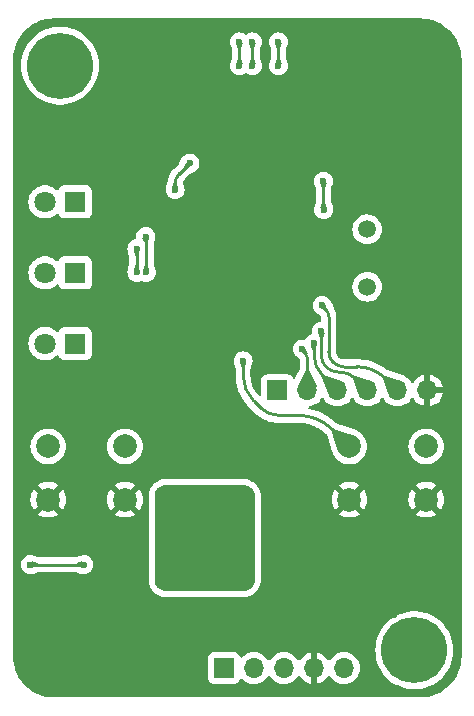
<source format=gbl>
G04 #@! TF.GenerationSoftware,KiCad,Pcbnew,8.0.4*
G04 #@! TF.CreationDate,2024-10-18T17:00:07+02:00*
G04 #@! TF.ProjectId,Atari_SIO2SD_Mini,41746172-695f-4534-994f-3253445f4d69,rev?*
G04 #@! TF.SameCoordinates,Original*
G04 #@! TF.FileFunction,Copper,L2,Bot*
G04 #@! TF.FilePolarity,Positive*
%FSLAX46Y46*%
G04 Gerber Fmt 4.6, Leading zero omitted, Abs format (unit mm)*
G04 Created by KiCad (PCBNEW 8.0.4) date 2024-10-18 17:00:07*
%MOMM*%
%LPD*%
G01*
G04 APERTURE LIST*
G04 #@! TA.AperFunction,ComponentPad*
%ADD10C,2.000000*%
G04 #@! TD*
G04 #@! TA.AperFunction,ComponentPad*
%ADD11C,1.500000*%
G04 #@! TD*
G04 #@! TA.AperFunction,ComponentPad*
%ADD12R,1.800000X1.800000*%
G04 #@! TD*
G04 #@! TA.AperFunction,ComponentPad*
%ADD13C,1.800000*%
G04 #@! TD*
G04 #@! TA.AperFunction,ComponentPad*
%ADD14R,1.700000X1.700000*%
G04 #@! TD*
G04 #@! TA.AperFunction,ComponentPad*
%ADD15O,1.700000X1.700000*%
G04 #@! TD*
G04 #@! TA.AperFunction,ComponentPad*
%ADD16C,5.600000*%
G04 #@! TD*
G04 #@! TA.AperFunction,ViaPad*
%ADD17C,0.600000*%
G04 #@! TD*
G04 #@! TA.AperFunction,Conductor*
%ADD18C,0.250000*%
G04 #@! TD*
G04 APERTURE END LIST*
D10*
X134000000Y-91250000D03*
X140500000Y-91250000D03*
X134000000Y-95750000D03*
X140500000Y-95750000D03*
D11*
X161000000Y-72850000D03*
X161000000Y-77730000D03*
D12*
X136275000Y-76537500D03*
D13*
X133735000Y-76537500D03*
D12*
X136275000Y-82537500D03*
D13*
X133735000Y-82537500D03*
D10*
X159500000Y-91250000D03*
X166000000Y-91250000D03*
X159500000Y-95750000D03*
X166000000Y-95750000D03*
D14*
X153400000Y-86500000D03*
D15*
X155940000Y-86500000D03*
X158480000Y-86500000D03*
X161020000Y-86500000D03*
X163560000Y-86500000D03*
X166100000Y-86500000D03*
D14*
X148880000Y-110000000D03*
D15*
X151420000Y-110000000D03*
X153960000Y-110000000D03*
X156500000Y-110000000D03*
X159040000Y-110000000D03*
D16*
X135000000Y-59000000D03*
X165000000Y-108500000D03*
D12*
X136275000Y-70537500D03*
D13*
X133735000Y-70537500D03*
D17*
X158000000Y-60500000D03*
X144250000Y-63750000D03*
X161250000Y-69750000D03*
X168500000Y-110000000D03*
X131500000Y-69200000D03*
X145500000Y-76500000D03*
X135250000Y-79500000D03*
X166000000Y-71250000D03*
X133500000Y-112000000D03*
X153300000Y-112000000D03*
X145500000Y-73500000D03*
X138500000Y-60000000D03*
X155000000Y-64500000D03*
X131500000Y-89600000D03*
X163750000Y-66000000D03*
X134750000Y-98000000D03*
X148750000Y-61000000D03*
X137750000Y-69000000D03*
X138500000Y-107250000D03*
X152500000Y-72500000D03*
X140100000Y-112000000D03*
X147250000Y-58000000D03*
X159900000Y-112000000D03*
X166500000Y-55500000D03*
X131500000Y-96400000D03*
X166500000Y-112000000D03*
X168500000Y-62400000D03*
X134000000Y-107500000D03*
X136000000Y-72750000D03*
X142000000Y-71500000D03*
X168500000Y-103200000D03*
X155250000Y-102500000D03*
X159250000Y-88500000D03*
X138500000Y-77500000D03*
X143500000Y-109000000D03*
X145500000Y-84000000D03*
X142500000Y-55500000D03*
X146000000Y-86000000D03*
X140500000Y-85500000D03*
X146700000Y-112000000D03*
X162750000Y-80750000D03*
X163250000Y-105500000D03*
X139500000Y-82537500D03*
X143000000Y-105500000D03*
X139000000Y-89500000D03*
X168500000Y-66500000D03*
X160500000Y-64000000D03*
X134250000Y-93500000D03*
X145500000Y-79000000D03*
X134000000Y-66250000D03*
X131500000Y-62400000D03*
X158500000Y-73500000D03*
X157500000Y-55500000D03*
X131500000Y-82800000D03*
X158000000Y-77000000D03*
X152395000Y-57000000D03*
X168500000Y-57500000D03*
X131500000Y-76000000D03*
X131500000Y-110000000D03*
X133500000Y-55500000D03*
X153500000Y-79500000D03*
X151000000Y-80500000D03*
X145500000Y-77500000D03*
X151000000Y-68500000D03*
X149000000Y-76000000D03*
X139000000Y-65000000D03*
X152000000Y-104000000D03*
X147500000Y-80500000D03*
X166000000Y-79250000D03*
X131500000Y-103200000D03*
X162250000Y-60250000D03*
X131500000Y-57500000D03*
X146000000Y-99000000D03*
X148500000Y-99000000D03*
X151000000Y-99000000D03*
X132500000Y-101250000D03*
X151000000Y-103000000D03*
X148500000Y-101000000D03*
X151000000Y-95000000D03*
X151000000Y-101000000D03*
X137000000Y-101250000D03*
X146000000Y-95000000D03*
X150195000Y-57000000D03*
X148500000Y-97000000D03*
X143500000Y-103000000D03*
X143500000Y-99000000D03*
X148500000Y-95000000D03*
X146000000Y-103000000D03*
X143500000Y-95000000D03*
X151000000Y-97000000D03*
X146000000Y-101000000D03*
X148500000Y-103000000D03*
X146000000Y-97000000D03*
X150195000Y-59000000D03*
X143500000Y-101000000D03*
X143500000Y-97000000D03*
X150500000Y-84000000D03*
X155500000Y-83000000D03*
X156500000Y-82500000D03*
X157125000Y-81500000D03*
X151295000Y-57000000D03*
X151295000Y-59000000D03*
X144750000Y-69500000D03*
X153495000Y-59000000D03*
X146000000Y-67250000D03*
X153495000Y-57000000D03*
X157325669Y-71194611D03*
X157308058Y-68808058D03*
X157191942Y-79308058D03*
X142250000Y-73475000D03*
X142300003Y-76500000D03*
X141500000Y-74500000D03*
X141500000Y-76500000D03*
D18*
X150195000Y-57000000D02*
X150195000Y-59000000D01*
X132500000Y-101250000D02*
X137000000Y-101250000D01*
X158057947Y-89807947D02*
X159500000Y-91250000D01*
X150500000Y-84000000D02*
X150500000Y-85250000D01*
X151998191Y-87998191D02*
X151383883Y-87383883D01*
X155171881Y-88612500D02*
X153481263Y-88612500D01*
X151998191Y-87998191D02*
G75*
G03*
X153481263Y-88612520I1483109J1483091D01*
G01*
X150500000Y-85250000D02*
G75*
G03*
X151383876Y-87383890I3017800J0D01*
G01*
X155171881Y-88612500D02*
G75*
G02*
X158057953Y-89807941I19J-4081500D01*
G01*
X155940000Y-83751126D02*
X155940000Y-86500000D01*
X155500000Y-83000000D02*
X155720000Y-83220000D01*
X155940000Y-83751126D02*
G75*
G03*
X155720008Y-83219992I-751100J26D01*
G01*
X157214177Y-85234177D02*
X158480000Y-86500000D01*
X156500000Y-83510000D02*
X156500000Y-82500000D01*
X157214177Y-85234177D02*
G75*
G02*
X156499984Y-83510000I1724123J1724177D01*
G01*
X157125000Y-83547433D02*
X157125000Y-81500000D01*
X158701802Y-84941802D02*
X158519368Y-84941802D01*
X159999203Y-85479203D02*
X161020000Y-86500000D01*
X157533401Y-84533401D02*
G75*
G03*
X158519368Y-84941815I985999J986001D01*
G01*
X157533401Y-84533401D02*
G75*
G02*
X157124985Y-83547433I985999J986001D01*
G01*
X158701802Y-84941802D02*
G75*
G02*
X159999201Y-85479205I-2J-1834798D01*
G01*
X151295000Y-57000000D02*
X151295000Y-59000000D01*
X145103553Y-68146446D02*
X146000000Y-67250000D01*
X153495000Y-57000000D02*
X153495000Y-59000000D01*
X144750000Y-69000000D02*
X144750000Y-69500000D01*
X144750000Y-69000000D02*
G75*
G02*
X145103555Y-68146448I1207100J0D01*
G01*
X157308058Y-71164547D02*
X157308058Y-68808058D01*
X157316863Y-71185805D02*
X157325669Y-71194611D01*
X157308058Y-71164547D02*
G75*
G03*
X157316891Y-71185777I30042J47D01*
G01*
X157470971Y-79587087D02*
X157191942Y-79308058D01*
X162555901Y-85495901D02*
X163560000Y-86500000D01*
X159016335Y-84491802D02*
X160131791Y-84491802D01*
X157750000Y-83225466D02*
X157750000Y-80260722D01*
X157750000Y-83225466D02*
G75*
G03*
X158120892Y-84120910I1266300J-34D01*
G01*
X157470971Y-79587087D02*
G75*
G02*
X157749974Y-80260722I-673671J-673613D01*
G01*
X162555901Y-85495901D02*
G75*
G03*
X160131791Y-84491805I-2424101J-2424099D01*
G01*
X159016335Y-84491802D02*
G75*
G02*
X158120890Y-84120912I-35J1266302D01*
G01*
X142250000Y-73475000D02*
X142275001Y-73500001D01*
X142300003Y-76500000D02*
X142300003Y-73560360D01*
X142275001Y-73500001D02*
G75*
G02*
X142300018Y-73560360I-60401J-60399D01*
G01*
X141500000Y-74500000D02*
X141500000Y-76500000D01*
G04 #@! TA.AperFunction,Conductor*
G36*
X150506061Y-94500597D02*
G01*
X150682941Y-94518018D01*
X150706769Y-94522757D01*
X150871001Y-94572576D01*
X150893453Y-94581877D01*
X151044798Y-94662772D01*
X151065010Y-94676277D01*
X151197666Y-94785145D01*
X151214854Y-94802333D01*
X151323722Y-94934989D01*
X151337227Y-94955201D01*
X151418121Y-95106543D01*
X151427424Y-95129001D01*
X151477240Y-95293224D01*
X151481982Y-95317065D01*
X151499403Y-95493938D01*
X151500000Y-95506092D01*
X151500000Y-102493907D01*
X151499403Y-102506061D01*
X151481982Y-102682934D01*
X151477240Y-102706775D01*
X151427424Y-102870998D01*
X151418121Y-102893456D01*
X151337227Y-103044798D01*
X151323722Y-103065010D01*
X151214854Y-103197666D01*
X151197666Y-103214854D01*
X151065010Y-103323722D01*
X151044798Y-103337227D01*
X150893456Y-103418121D01*
X150870998Y-103427424D01*
X150706775Y-103477240D01*
X150682934Y-103481982D01*
X150506061Y-103499403D01*
X150493907Y-103500000D01*
X144006093Y-103500000D01*
X143993939Y-103499403D01*
X143817065Y-103481982D01*
X143793224Y-103477240D01*
X143629001Y-103427424D01*
X143606543Y-103418121D01*
X143455201Y-103337227D01*
X143434989Y-103323722D01*
X143302333Y-103214854D01*
X143285145Y-103197666D01*
X143176277Y-103065010D01*
X143162772Y-103044798D01*
X143081878Y-102893456D01*
X143072575Y-102870998D01*
X143022757Y-102706769D01*
X143018018Y-102682941D01*
X143000597Y-102506061D01*
X143000000Y-102493907D01*
X143000000Y-95506092D01*
X143000597Y-95493938D01*
X143018018Y-95317056D01*
X143022757Y-95293232D01*
X143072577Y-95128994D01*
X143081875Y-95106549D01*
X143162775Y-94955195D01*
X143176272Y-94934995D01*
X143285149Y-94802328D01*
X143302328Y-94785149D01*
X143434995Y-94676272D01*
X143455195Y-94662775D01*
X143606549Y-94581875D01*
X143628994Y-94572577D01*
X143793232Y-94522757D01*
X143817056Y-94518018D01*
X143993939Y-94500597D01*
X144006093Y-94500000D01*
X150493907Y-94500000D01*
X150506061Y-94500597D01*
G37*
G04 #@! TD.AperFunction*
G04 #@! TA.AperFunction,Conductor*
G36*
X165535051Y-55000648D02*
G01*
X165836928Y-55015479D01*
X165849036Y-55016671D01*
X166176700Y-55065276D01*
X166188614Y-55067646D01*
X166509948Y-55148136D01*
X166521583Y-55151666D01*
X166833469Y-55263261D01*
X166844683Y-55267906D01*
X167144148Y-55409543D01*
X167154876Y-55415278D01*
X167438980Y-55585564D01*
X167449098Y-55592325D01*
X167715155Y-55789648D01*
X167724562Y-55797367D01*
X167970000Y-56019820D01*
X167978602Y-56028423D01*
X168147371Y-56214632D01*
X168201047Y-56273854D01*
X168208767Y-56283261D01*
X168406082Y-56549312D01*
X168412843Y-56559430D01*
X168583136Y-56843551D01*
X168588872Y-56854283D01*
X168730491Y-57153715D01*
X168735148Y-57164957D01*
X168846741Y-57476843D01*
X168850273Y-57488488D01*
X168930755Y-57809797D01*
X168933129Y-57821732D01*
X168981729Y-58149384D01*
X168982922Y-58161494D01*
X168999350Y-58495937D01*
X168999499Y-58502021D01*
X168999499Y-58574303D01*
X168999500Y-58574316D01*
X168999500Y-108996948D01*
X168999351Y-109003033D01*
X168982947Y-109336928D01*
X168981754Y-109349037D01*
X168933151Y-109676694D01*
X168930777Y-109688630D01*
X168850292Y-110009944D01*
X168846759Y-110021588D01*
X168735170Y-110333459D01*
X168730514Y-110344702D01*
X168588885Y-110644151D01*
X168583148Y-110654883D01*
X168412862Y-110938988D01*
X168406102Y-110949106D01*
X168208775Y-111215170D01*
X168201055Y-111224576D01*
X167978611Y-111470006D01*
X167970006Y-111478611D01*
X167724576Y-111701055D01*
X167715170Y-111708775D01*
X167449106Y-111906102D01*
X167438988Y-111912862D01*
X167154883Y-112083148D01*
X167144151Y-112088885D01*
X166844702Y-112230514D01*
X166833459Y-112235170D01*
X166521588Y-112346759D01*
X166509944Y-112350292D01*
X166188630Y-112430777D01*
X166176694Y-112433151D01*
X165849037Y-112481754D01*
X165836928Y-112482947D01*
X165521989Y-112498419D01*
X165503031Y-112499351D01*
X165496949Y-112499500D01*
X134503051Y-112499500D01*
X134496968Y-112499351D01*
X134476900Y-112498365D01*
X134163071Y-112482947D01*
X134150962Y-112481754D01*
X133823305Y-112433151D01*
X133811369Y-112430777D01*
X133490055Y-112350292D01*
X133478411Y-112346759D01*
X133166540Y-112235170D01*
X133155301Y-112230515D01*
X132855844Y-112088883D01*
X132845121Y-112083150D01*
X132561011Y-111912862D01*
X132550893Y-111906102D01*
X132284829Y-111708775D01*
X132275423Y-111701055D01*
X132131478Y-111570591D01*
X132029986Y-111478604D01*
X132021395Y-111470013D01*
X131798944Y-111224576D01*
X131791224Y-111215170D01*
X131593897Y-110949106D01*
X131587137Y-110938988D01*
X131566756Y-110904984D01*
X131416844Y-110654871D01*
X131411120Y-110644163D01*
X131269479Y-110344688D01*
X131264829Y-110333459D01*
X131255364Y-110307007D01*
X131192902Y-110132438D01*
X131153240Y-110021588D01*
X131149707Y-110009944D01*
X131069219Y-109688617D01*
X131066848Y-109676694D01*
X131018245Y-109349037D01*
X131017052Y-109336927D01*
X131015933Y-109314158D01*
X131005517Y-109102135D01*
X147529500Y-109102135D01*
X147529500Y-110897870D01*
X147529501Y-110897876D01*
X147535908Y-110957483D01*
X147586202Y-111092328D01*
X147586206Y-111092335D01*
X147672452Y-111207544D01*
X147672455Y-111207547D01*
X147787664Y-111293793D01*
X147787671Y-111293797D01*
X147922517Y-111344091D01*
X147922516Y-111344091D01*
X147929444Y-111344835D01*
X147982127Y-111350500D01*
X149777872Y-111350499D01*
X149837483Y-111344091D01*
X149972331Y-111293796D01*
X150087546Y-111207546D01*
X150173796Y-111092331D01*
X150222810Y-110960916D01*
X150264681Y-110904984D01*
X150330145Y-110880566D01*
X150398418Y-110895417D01*
X150426673Y-110916569D01*
X150548599Y-111038495D01*
X150645384Y-111106265D01*
X150742165Y-111174032D01*
X150742167Y-111174033D01*
X150742170Y-111174035D01*
X150956337Y-111273903D01*
X151184592Y-111335063D01*
X151361034Y-111350500D01*
X151419999Y-111355659D01*
X151420000Y-111355659D01*
X151420001Y-111355659D01*
X151478966Y-111350500D01*
X151655408Y-111335063D01*
X151883663Y-111273903D01*
X152097830Y-111174035D01*
X152291401Y-111038495D01*
X152458495Y-110871401D01*
X152588425Y-110685842D01*
X152643002Y-110642217D01*
X152712500Y-110635023D01*
X152774855Y-110666546D01*
X152791575Y-110685842D01*
X152921500Y-110871395D01*
X152921505Y-110871401D01*
X153088599Y-111038495D01*
X153185384Y-111106265D01*
X153282165Y-111174032D01*
X153282167Y-111174033D01*
X153282170Y-111174035D01*
X153496337Y-111273903D01*
X153724592Y-111335063D01*
X153901034Y-111350500D01*
X153959999Y-111355659D01*
X153960000Y-111355659D01*
X153960001Y-111355659D01*
X154018966Y-111350500D01*
X154195408Y-111335063D01*
X154423663Y-111273903D01*
X154637830Y-111174035D01*
X154831401Y-111038495D01*
X154998495Y-110871401D01*
X155128730Y-110685405D01*
X155183307Y-110641781D01*
X155252805Y-110634587D01*
X155315160Y-110666110D01*
X155331879Y-110685405D01*
X155461890Y-110871078D01*
X155628917Y-111038105D01*
X155822421Y-111173600D01*
X156036507Y-111273429D01*
X156036516Y-111273433D01*
X156250000Y-111330634D01*
X156250000Y-110433012D01*
X156307007Y-110465925D01*
X156434174Y-110500000D01*
X156565826Y-110500000D01*
X156692993Y-110465925D01*
X156750000Y-110433012D01*
X156750000Y-111330633D01*
X156963483Y-111273433D01*
X156963492Y-111273429D01*
X157177578Y-111173600D01*
X157371082Y-111038105D01*
X157538105Y-110871082D01*
X157668119Y-110685405D01*
X157722696Y-110641781D01*
X157792195Y-110634588D01*
X157854549Y-110666110D01*
X157871269Y-110685405D01*
X158001505Y-110871401D01*
X158168599Y-111038495D01*
X158265384Y-111106265D01*
X158362165Y-111174032D01*
X158362167Y-111174033D01*
X158362170Y-111174035D01*
X158576337Y-111273903D01*
X158804592Y-111335063D01*
X158981034Y-111350500D01*
X159039999Y-111355659D01*
X159040000Y-111355659D01*
X159040001Y-111355659D01*
X159098966Y-111350500D01*
X159275408Y-111335063D01*
X159503663Y-111273903D01*
X159717830Y-111174035D01*
X159911401Y-111038495D01*
X160078495Y-110871401D01*
X160214035Y-110677830D01*
X160313903Y-110463663D01*
X160375063Y-110235408D01*
X160395659Y-110000000D01*
X160375063Y-109764592D01*
X160313903Y-109536337D01*
X160214035Y-109322171D01*
X160208731Y-109314595D01*
X160078494Y-109128597D01*
X159911402Y-108961506D01*
X159911395Y-108961501D01*
X159717834Y-108825967D01*
X159717830Y-108825965D01*
X159717828Y-108825964D01*
X159503663Y-108726097D01*
X159503659Y-108726096D01*
X159503655Y-108726094D01*
X159275413Y-108664938D01*
X159275403Y-108664936D01*
X159040001Y-108644341D01*
X159039999Y-108644341D01*
X158804596Y-108664936D01*
X158804586Y-108664938D01*
X158576344Y-108726094D01*
X158576335Y-108726098D01*
X158362171Y-108825964D01*
X158362169Y-108825965D01*
X158168597Y-108961505D01*
X158001508Y-109128594D01*
X157871269Y-109314595D01*
X157816692Y-109358219D01*
X157747193Y-109365412D01*
X157684839Y-109333890D01*
X157668119Y-109314594D01*
X157538113Y-109128926D01*
X157538108Y-109128920D01*
X157371082Y-108961894D01*
X157177578Y-108826399D01*
X156963492Y-108726570D01*
X156963486Y-108726567D01*
X156750000Y-108669364D01*
X156750000Y-109566988D01*
X156692993Y-109534075D01*
X156565826Y-109500000D01*
X156434174Y-109500000D01*
X156307007Y-109534075D01*
X156250000Y-109566988D01*
X156250000Y-108669364D01*
X156249999Y-108669364D01*
X156036513Y-108726567D01*
X156036507Y-108726570D01*
X155822422Y-108826399D01*
X155822420Y-108826400D01*
X155628926Y-108961886D01*
X155628920Y-108961891D01*
X155461891Y-109128920D01*
X155461890Y-109128922D01*
X155331880Y-109314595D01*
X155277303Y-109358219D01*
X155207804Y-109365412D01*
X155145450Y-109333890D01*
X155128730Y-109314594D01*
X154998494Y-109128597D01*
X154831402Y-108961506D01*
X154831395Y-108961501D01*
X154637834Y-108825967D01*
X154637830Y-108825965D01*
X154637828Y-108825964D01*
X154423663Y-108726097D01*
X154423659Y-108726096D01*
X154423655Y-108726094D01*
X154195413Y-108664938D01*
X154195403Y-108664936D01*
X153960001Y-108644341D01*
X153959999Y-108644341D01*
X153724596Y-108664936D01*
X153724586Y-108664938D01*
X153496344Y-108726094D01*
X153496335Y-108726098D01*
X153282171Y-108825964D01*
X153282169Y-108825965D01*
X153088597Y-108961505D01*
X152921505Y-109128597D01*
X152791575Y-109314158D01*
X152736998Y-109357783D01*
X152667500Y-109364977D01*
X152605145Y-109333454D01*
X152588425Y-109314158D01*
X152458494Y-109128597D01*
X152291402Y-108961506D01*
X152291395Y-108961501D01*
X152097834Y-108825967D01*
X152097830Y-108825965D01*
X152097828Y-108825964D01*
X151883663Y-108726097D01*
X151883659Y-108726096D01*
X151883655Y-108726094D01*
X151655413Y-108664938D01*
X151655403Y-108664936D01*
X151420001Y-108644341D01*
X151419999Y-108644341D01*
X151184596Y-108664936D01*
X151184586Y-108664938D01*
X150956344Y-108726094D01*
X150956335Y-108726098D01*
X150742171Y-108825964D01*
X150742169Y-108825965D01*
X150548600Y-108961503D01*
X150426673Y-109083430D01*
X150365350Y-109116914D01*
X150295658Y-109111930D01*
X150239725Y-109070058D01*
X150222810Y-109039081D01*
X150173797Y-108907671D01*
X150173793Y-108907664D01*
X150087547Y-108792455D01*
X150087544Y-108792452D01*
X149972335Y-108706206D01*
X149972328Y-108706202D01*
X149837482Y-108655908D01*
X149837483Y-108655908D01*
X149777883Y-108649501D01*
X149777881Y-108649500D01*
X149777873Y-108649500D01*
X149777864Y-108649500D01*
X147982129Y-108649500D01*
X147982123Y-108649501D01*
X147922516Y-108655908D01*
X147787671Y-108706202D01*
X147787664Y-108706206D01*
X147672455Y-108792452D01*
X147672452Y-108792455D01*
X147586206Y-108907664D01*
X147586202Y-108907671D01*
X147535908Y-109042517D01*
X147529501Y-109102116D01*
X147529500Y-109102135D01*
X131005517Y-109102135D01*
X131000649Y-109003032D01*
X131000500Y-108996948D01*
X131000500Y-108909671D01*
X131000498Y-108909555D01*
X131000498Y-108499997D01*
X161694652Y-108499997D01*
X161694652Y-108500002D01*
X161714028Y-108857368D01*
X161714029Y-108857385D01*
X161771926Y-109210539D01*
X161771932Y-109210565D01*
X161867672Y-109555392D01*
X161867674Y-109555399D01*
X162000142Y-109887870D01*
X162000151Y-109887888D01*
X162167784Y-110204077D01*
X162167787Y-110204082D01*
X162167789Y-110204085D01*
X162349461Y-110472032D01*
X162368634Y-110500309D01*
X162368641Y-110500319D01*
X162509836Y-110666546D01*
X162600332Y-110773086D01*
X162860163Y-111019211D01*
X163145081Y-111235800D01*
X163451747Y-111420315D01*
X163451749Y-111420316D01*
X163451751Y-111420317D01*
X163451755Y-111420319D01*
X163577752Y-111478611D01*
X163776565Y-111570591D01*
X164115726Y-111684868D01*
X164465254Y-111761805D01*
X164821052Y-111800500D01*
X164821058Y-111800500D01*
X165178942Y-111800500D01*
X165178948Y-111800500D01*
X165534746Y-111761805D01*
X165884274Y-111684868D01*
X166223435Y-111570591D01*
X166548253Y-111420315D01*
X166854919Y-111235800D01*
X167139837Y-111019211D01*
X167399668Y-110773086D01*
X167631365Y-110500311D01*
X167832211Y-110204085D01*
X167999853Y-109887880D01*
X168132324Y-109555403D01*
X168228071Y-109210552D01*
X168263090Y-108996948D01*
X168285970Y-108857385D01*
X168285970Y-108857382D01*
X168285972Y-108857371D01*
X168305348Y-108500000D01*
X168285972Y-108142629D01*
X168228071Y-107789448D01*
X168132324Y-107444597D01*
X167999853Y-107112120D01*
X167832211Y-106795915D01*
X167631365Y-106499689D01*
X167631361Y-106499684D01*
X167631358Y-106499680D01*
X167399668Y-106226914D01*
X167139837Y-105980789D01*
X167139830Y-105980783D01*
X167139827Y-105980781D01*
X167072245Y-105929407D01*
X166854919Y-105764200D01*
X166548253Y-105579685D01*
X166548252Y-105579684D01*
X166548248Y-105579682D01*
X166548244Y-105579680D01*
X166223447Y-105429414D01*
X166223441Y-105429411D01*
X166223435Y-105429409D01*
X166053854Y-105372270D01*
X165884273Y-105315131D01*
X165534744Y-105238194D01*
X165178949Y-105199500D01*
X165178948Y-105199500D01*
X164821052Y-105199500D01*
X164821050Y-105199500D01*
X164465255Y-105238194D01*
X164115726Y-105315131D01*
X163859970Y-105401306D01*
X163776565Y-105429409D01*
X163776563Y-105429410D01*
X163776552Y-105429414D01*
X163451755Y-105579680D01*
X163451751Y-105579682D01*
X163223367Y-105717096D01*
X163145081Y-105764200D01*
X163056768Y-105831333D01*
X162860172Y-105980781D01*
X162860163Y-105980789D01*
X162600331Y-106226914D01*
X162368641Y-106499680D01*
X162368634Y-106499690D01*
X162167790Y-106795913D01*
X162167784Y-106795922D01*
X162000151Y-107112111D01*
X162000142Y-107112129D01*
X161867674Y-107444600D01*
X161867672Y-107444607D01*
X161771932Y-107789434D01*
X161771926Y-107789460D01*
X161714029Y-108142614D01*
X161714028Y-108142631D01*
X161694652Y-108499997D01*
X131000498Y-108499997D01*
X131000498Y-101249996D01*
X131694435Y-101249996D01*
X131694435Y-101250003D01*
X131714630Y-101429249D01*
X131714631Y-101429254D01*
X131774211Y-101599523D01*
X131870184Y-101752262D01*
X131997738Y-101879816D01*
X132150478Y-101975789D01*
X132320745Y-102035368D01*
X132320750Y-102035369D01*
X132499996Y-102055565D01*
X132500000Y-102055565D01*
X132500004Y-102055565D01*
X132679249Y-102035369D01*
X132679250Y-102035368D01*
X132679255Y-102035368D01*
X132739918Y-102014140D01*
X132760978Y-102008788D01*
X132776254Y-102006307D01*
X133175233Y-101881181D01*
X133212339Y-101875500D01*
X136287664Y-101875500D01*
X136324769Y-101881181D01*
X136723745Y-102006306D01*
X136753525Y-102014654D01*
X136753532Y-102014654D01*
X136758812Y-102015652D01*
X136758704Y-102016222D01*
X136778681Y-102020649D01*
X136820745Y-102035368D01*
X136856596Y-102039407D01*
X136999996Y-102055565D01*
X137000000Y-102055565D01*
X137000004Y-102055565D01*
X137179249Y-102035369D01*
X137179252Y-102035368D01*
X137179255Y-102035368D01*
X137349522Y-101975789D01*
X137502262Y-101879816D01*
X137629816Y-101752262D01*
X137725789Y-101599522D01*
X137785368Y-101429255D01*
X137805565Y-101250000D01*
X137785368Y-101070745D01*
X137725789Y-100900478D01*
X137629816Y-100747738D01*
X137502262Y-100620184D01*
X137500088Y-100618818D01*
X137349523Y-100524211D01*
X137179254Y-100464631D01*
X137179249Y-100464630D01*
X137000004Y-100444435D01*
X136999996Y-100444435D01*
X136820746Y-100464631D01*
X136820742Y-100464632D01*
X136760084Y-100485856D01*
X136739028Y-100491207D01*
X136723754Y-100493689D01*
X136723748Y-100493691D01*
X136324764Y-100618818D01*
X136287658Y-100624500D01*
X133212337Y-100624500D01*
X133175231Y-100618818D01*
X132776254Y-100493693D01*
X132746465Y-100485342D01*
X132741192Y-100484347D01*
X132741298Y-100483783D01*
X132721314Y-100479348D01*
X132679254Y-100464631D01*
X132500004Y-100444435D01*
X132499996Y-100444435D01*
X132320750Y-100464630D01*
X132320745Y-100464631D01*
X132150476Y-100524211D01*
X131997737Y-100620184D01*
X131870184Y-100747737D01*
X131774211Y-100900476D01*
X131714631Y-101070745D01*
X131714630Y-101070750D01*
X131694435Y-101249996D01*
X131000498Y-101249996D01*
X131000497Y-95749994D01*
X132494859Y-95749994D01*
X132494859Y-95750005D01*
X132515385Y-95997729D01*
X132515387Y-95997738D01*
X132576412Y-96238717D01*
X132676266Y-96466364D01*
X132776564Y-96619882D01*
X133476212Y-95920234D01*
X133487482Y-95962292D01*
X133559890Y-96087708D01*
X133662292Y-96190110D01*
X133787708Y-96262518D01*
X133829765Y-96273787D01*
X133129942Y-96973609D01*
X133176768Y-97010055D01*
X133176770Y-97010056D01*
X133395385Y-97128364D01*
X133395396Y-97128369D01*
X133630506Y-97209083D01*
X133875707Y-97250000D01*
X134124293Y-97250000D01*
X134369493Y-97209083D01*
X134604603Y-97128369D01*
X134604614Y-97128364D01*
X134823228Y-97010057D01*
X134823231Y-97010055D01*
X134870056Y-96973609D01*
X134170234Y-96273787D01*
X134212292Y-96262518D01*
X134337708Y-96190110D01*
X134440110Y-96087708D01*
X134512518Y-95962292D01*
X134523787Y-95920235D01*
X135223434Y-96619882D01*
X135323731Y-96466369D01*
X135423587Y-96238717D01*
X135484612Y-95997738D01*
X135484614Y-95997729D01*
X135505141Y-95750005D01*
X135505141Y-95749994D01*
X138994859Y-95749994D01*
X138994859Y-95750005D01*
X139015385Y-95997729D01*
X139015387Y-95997738D01*
X139076412Y-96238717D01*
X139176266Y-96466364D01*
X139276564Y-96619882D01*
X139976212Y-95920234D01*
X139987482Y-95962292D01*
X140059890Y-96087708D01*
X140162292Y-96190110D01*
X140287708Y-96262518D01*
X140329765Y-96273787D01*
X139629942Y-96973609D01*
X139676768Y-97010055D01*
X139676770Y-97010056D01*
X139895385Y-97128364D01*
X139895396Y-97128369D01*
X140130506Y-97209083D01*
X140375707Y-97250000D01*
X140624293Y-97250000D01*
X140869493Y-97209083D01*
X141104603Y-97128369D01*
X141104614Y-97128364D01*
X141323228Y-97010057D01*
X141323231Y-97010055D01*
X141370056Y-96973609D01*
X140670234Y-96273787D01*
X140712292Y-96262518D01*
X140837708Y-96190110D01*
X140940110Y-96087708D01*
X141012518Y-95962292D01*
X141023787Y-95920235D01*
X141723434Y-96619882D01*
X141823731Y-96466369D01*
X141923587Y-96238717D01*
X141984612Y-95997738D01*
X141984614Y-95997729D01*
X142005141Y-95750005D01*
X142005141Y-95749994D01*
X141984932Y-95506108D01*
X142494500Y-95506108D01*
X142494500Y-102493890D01*
X142495109Y-102518714D01*
X142495707Y-102530876D01*
X142497530Y-102555598D01*
X142514950Y-102732474D01*
X142514952Y-102732494D01*
X142522227Y-102781541D01*
X142522228Y-102781545D01*
X142526967Y-102805373D01*
X142539023Y-102853507D01*
X142588841Y-103017736D01*
X142605558Y-103064455D01*
X142614861Y-103086913D01*
X142636067Y-103131747D01*
X142636070Y-103131752D01*
X142636078Y-103131769D01*
X142716957Y-103283083D01*
X142716962Y-103283091D01*
X142742454Y-103325623D01*
X142742461Y-103325634D01*
X142742462Y-103325635D01*
X142755967Y-103345847D01*
X142755973Y-103345855D01*
X142755975Y-103345858D01*
X142785514Y-103385688D01*
X142785523Y-103385700D01*
X142829282Y-103439021D01*
X142838422Y-103451714D01*
X142870180Y-103502257D01*
X142870182Y-103502260D01*
X142870184Y-103502262D01*
X142997738Y-103629816D01*
X143048300Y-103661585D01*
X143060982Y-103670719D01*
X143114272Y-103714454D01*
X143114303Y-103714479D01*
X143154152Y-103744032D01*
X143174364Y-103757537D01*
X143174369Y-103757540D01*
X143174375Y-103757544D01*
X143216907Y-103783036D01*
X143216915Y-103783041D01*
X143368229Y-103863920D01*
X143368233Y-103863922D01*
X143368252Y-103863932D01*
X143413086Y-103885138D01*
X143435544Y-103894441D01*
X143482263Y-103911158D01*
X143646486Y-103960974D01*
X143694611Y-103973028D01*
X143718452Y-103977770D01*
X143767516Y-103985048D01*
X143944390Y-104002469D01*
X143969139Y-104004294D01*
X143981293Y-104004891D01*
X144006093Y-104005500D01*
X144006110Y-104005500D01*
X150493890Y-104005500D01*
X150493907Y-104005500D01*
X150518707Y-104004891D01*
X150530861Y-104004294D01*
X150555610Y-104002469D01*
X150732483Y-103985048D01*
X150781547Y-103977770D01*
X150805388Y-103973028D01*
X150853513Y-103960974D01*
X151017736Y-103911158D01*
X151064455Y-103894441D01*
X151086913Y-103885138D01*
X151131747Y-103863932D01*
X151283089Y-103783038D01*
X151325635Y-103757537D01*
X151345847Y-103744032D01*
X151385696Y-103714479D01*
X151439016Y-103670718D01*
X151451690Y-103661591D01*
X151502262Y-103629816D01*
X151629816Y-103502262D01*
X151661591Y-103451690D01*
X151670721Y-103439014D01*
X151714454Y-103385726D01*
X151714479Y-103385696D01*
X151744032Y-103345847D01*
X151757537Y-103325635D01*
X151783038Y-103283089D01*
X151863932Y-103131747D01*
X151885138Y-103086913D01*
X151894441Y-103064455D01*
X151911158Y-103017736D01*
X151960974Y-102853513D01*
X151973028Y-102805388D01*
X151977770Y-102781547D01*
X151985048Y-102732483D01*
X152002469Y-102555610D01*
X152004294Y-102530861D01*
X152004891Y-102518707D01*
X152005500Y-102493907D01*
X152005500Y-95749994D01*
X157994859Y-95749994D01*
X157994859Y-95750005D01*
X158015385Y-95997729D01*
X158015387Y-95997738D01*
X158076412Y-96238717D01*
X158176266Y-96466364D01*
X158276564Y-96619882D01*
X158976212Y-95920234D01*
X158987482Y-95962292D01*
X159059890Y-96087708D01*
X159162292Y-96190110D01*
X159287708Y-96262518D01*
X159329765Y-96273787D01*
X158629942Y-96973609D01*
X158676768Y-97010055D01*
X158676770Y-97010056D01*
X158895385Y-97128364D01*
X158895396Y-97128369D01*
X159130506Y-97209083D01*
X159375707Y-97250000D01*
X159624293Y-97250000D01*
X159869493Y-97209083D01*
X160104603Y-97128369D01*
X160104614Y-97128364D01*
X160323228Y-97010057D01*
X160323231Y-97010055D01*
X160370056Y-96973609D01*
X159670234Y-96273787D01*
X159712292Y-96262518D01*
X159837708Y-96190110D01*
X159940110Y-96087708D01*
X160012518Y-95962292D01*
X160023787Y-95920235D01*
X160723434Y-96619882D01*
X160823731Y-96466369D01*
X160923587Y-96238717D01*
X160984612Y-95997738D01*
X160984614Y-95997729D01*
X161005141Y-95750005D01*
X161005141Y-95749994D01*
X164494859Y-95749994D01*
X164494859Y-95750005D01*
X164515385Y-95997729D01*
X164515387Y-95997738D01*
X164576412Y-96238717D01*
X164676266Y-96466364D01*
X164776564Y-96619882D01*
X165476212Y-95920234D01*
X165487482Y-95962292D01*
X165559890Y-96087708D01*
X165662292Y-96190110D01*
X165787708Y-96262518D01*
X165829765Y-96273787D01*
X165129942Y-96973609D01*
X165176768Y-97010055D01*
X165176770Y-97010056D01*
X165395385Y-97128364D01*
X165395396Y-97128369D01*
X165630506Y-97209083D01*
X165875707Y-97250000D01*
X166124293Y-97250000D01*
X166369493Y-97209083D01*
X166604603Y-97128369D01*
X166604614Y-97128364D01*
X166823228Y-97010057D01*
X166823231Y-97010055D01*
X166870056Y-96973609D01*
X166170234Y-96273787D01*
X166212292Y-96262518D01*
X166337708Y-96190110D01*
X166440110Y-96087708D01*
X166512518Y-95962292D01*
X166523787Y-95920235D01*
X167223434Y-96619882D01*
X167323731Y-96466369D01*
X167423587Y-96238717D01*
X167484612Y-95997738D01*
X167484614Y-95997729D01*
X167505141Y-95750005D01*
X167505141Y-95749994D01*
X167484614Y-95502270D01*
X167484612Y-95502261D01*
X167423587Y-95261282D01*
X167323731Y-95033630D01*
X167223434Y-94880116D01*
X166523787Y-95579764D01*
X166512518Y-95537708D01*
X166440110Y-95412292D01*
X166337708Y-95309890D01*
X166212292Y-95237482D01*
X166170235Y-95226212D01*
X166870057Y-94526390D01*
X166870056Y-94526389D01*
X166823229Y-94489943D01*
X166604614Y-94371635D01*
X166604603Y-94371630D01*
X166369493Y-94290916D01*
X166124293Y-94250000D01*
X165875707Y-94250000D01*
X165630506Y-94290916D01*
X165395396Y-94371630D01*
X165395390Y-94371632D01*
X165176761Y-94489949D01*
X165129942Y-94526388D01*
X165129942Y-94526390D01*
X165829765Y-95226212D01*
X165787708Y-95237482D01*
X165662292Y-95309890D01*
X165559890Y-95412292D01*
X165487482Y-95537708D01*
X165476212Y-95579764D01*
X164776564Y-94880116D01*
X164676267Y-95033632D01*
X164576412Y-95261282D01*
X164515387Y-95502261D01*
X164515385Y-95502270D01*
X164494859Y-95749994D01*
X161005141Y-95749994D01*
X160984614Y-95502270D01*
X160984612Y-95502261D01*
X160923587Y-95261282D01*
X160823731Y-95033630D01*
X160723434Y-94880116D01*
X160023787Y-95579764D01*
X160012518Y-95537708D01*
X159940110Y-95412292D01*
X159837708Y-95309890D01*
X159712292Y-95237482D01*
X159670235Y-95226212D01*
X160370057Y-94526390D01*
X160370056Y-94526389D01*
X160323229Y-94489943D01*
X160104614Y-94371635D01*
X160104603Y-94371630D01*
X159869493Y-94290916D01*
X159624293Y-94250000D01*
X159375707Y-94250000D01*
X159130506Y-94290916D01*
X158895396Y-94371630D01*
X158895390Y-94371632D01*
X158676761Y-94489949D01*
X158629942Y-94526388D01*
X158629942Y-94526390D01*
X159329765Y-95226212D01*
X159287708Y-95237482D01*
X159162292Y-95309890D01*
X159059890Y-95412292D01*
X158987482Y-95537708D01*
X158976212Y-95579764D01*
X158276564Y-94880116D01*
X158176267Y-95033632D01*
X158076412Y-95261282D01*
X158015387Y-95502261D01*
X158015385Y-95502270D01*
X157994859Y-95749994D01*
X152005500Y-95749994D01*
X152005500Y-95506092D01*
X152004891Y-95481292D01*
X152004294Y-95469138D01*
X152002469Y-95444389D01*
X151985048Y-95267516D01*
X151977770Y-95218452D01*
X151973028Y-95194611D01*
X151960974Y-95146486D01*
X151911158Y-94982263D01*
X151894441Y-94935544D01*
X151885138Y-94913086D01*
X151863932Y-94868252D01*
X151783038Y-94716910D01*
X151757537Y-94674364D01*
X151744032Y-94654152D01*
X151714479Y-94614303D01*
X151670715Y-94560977D01*
X151661585Y-94548300D01*
X151629816Y-94497738D01*
X151502262Y-94370184D01*
X151502260Y-94370182D01*
X151502257Y-94370180D01*
X151451714Y-94338422D01*
X151439021Y-94329282D01*
X151385700Y-94285523D01*
X151385688Y-94285514D01*
X151345858Y-94255975D01*
X151345854Y-94255972D01*
X151345847Y-94255967D01*
X151325635Y-94242462D01*
X151325624Y-94242455D01*
X151325619Y-94242452D01*
X151325615Y-94242449D01*
X151283122Y-94216979D01*
X151283079Y-94216955D01*
X151131770Y-94136079D01*
X151131758Y-94136072D01*
X151121282Y-94131117D01*
X151086919Y-94114864D01*
X151086912Y-94114861D01*
X151064473Y-94105565D01*
X151017736Y-94088841D01*
X150853504Y-94039022D01*
X150829351Y-94032972D01*
X150805373Y-94026967D01*
X150781545Y-94022228D01*
X150781540Y-94022227D01*
X150781543Y-94022227D01*
X150732494Y-94014952D01*
X150732474Y-94014950D01*
X150555598Y-93997530D01*
X150530876Y-93995707D01*
X150530871Y-93995706D01*
X150530861Y-93995706D01*
X150525602Y-93995447D01*
X150518714Y-93995109D01*
X150511473Y-93994931D01*
X150493907Y-93994500D01*
X144006093Y-93994500D01*
X143989229Y-93994914D01*
X143981285Y-93995109D01*
X143969126Y-93995706D01*
X143944399Y-93997530D01*
X143767523Y-94014950D01*
X143767503Y-94014952D01*
X143718449Y-94022228D01*
X143702347Y-94025431D01*
X143694612Y-94026970D01*
X143678490Y-94031008D01*
X143646502Y-94039021D01*
X143482259Y-94088842D01*
X143435541Y-94105558D01*
X143435504Y-94105573D01*
X143413103Y-94114853D01*
X143413079Y-94114863D01*
X143368269Y-94136058D01*
X143368264Y-94136060D01*
X143368259Y-94136063D01*
X143216905Y-94216963D01*
X143216897Y-94216967D01*
X143216891Y-94216971D01*
X143174359Y-94242463D01*
X143154142Y-94255972D01*
X143114304Y-94285518D01*
X143060977Y-94329282D01*
X143048289Y-94338419D01*
X142997739Y-94370183D01*
X142997735Y-94370186D01*
X142870186Y-94497735D01*
X142870183Y-94497739D01*
X142838419Y-94548289D01*
X142829282Y-94560977D01*
X142785518Y-94614304D01*
X142755972Y-94654142D01*
X142742463Y-94674359D01*
X142716971Y-94716891D01*
X142716963Y-94716905D01*
X142716958Y-94716915D01*
X142636058Y-94868269D01*
X142614863Y-94913079D01*
X142614853Y-94913103D01*
X142605573Y-94935504D01*
X142605558Y-94935541D01*
X142588842Y-94982259D01*
X142573259Y-95033632D01*
X142539023Y-95146496D01*
X142526971Y-95194611D01*
X142526970Y-95194613D01*
X142522228Y-95218447D01*
X142514954Y-95267490D01*
X142514949Y-95267534D01*
X142497530Y-95444398D01*
X142495706Y-95469125D01*
X142495109Y-95481284D01*
X142494500Y-95506108D01*
X141984932Y-95506108D01*
X141984614Y-95502270D01*
X141984612Y-95502261D01*
X141923587Y-95261282D01*
X141823731Y-95033630D01*
X141723434Y-94880116D01*
X141023787Y-95579764D01*
X141012518Y-95537708D01*
X140940110Y-95412292D01*
X140837708Y-95309890D01*
X140712292Y-95237482D01*
X140670235Y-95226212D01*
X141370057Y-94526390D01*
X141370056Y-94526389D01*
X141323229Y-94489943D01*
X141104614Y-94371635D01*
X141104603Y-94371630D01*
X140869493Y-94290916D01*
X140624293Y-94250000D01*
X140375707Y-94250000D01*
X140130506Y-94290916D01*
X139895396Y-94371630D01*
X139895390Y-94371632D01*
X139676761Y-94489949D01*
X139629942Y-94526388D01*
X139629942Y-94526390D01*
X140329765Y-95226212D01*
X140287708Y-95237482D01*
X140162292Y-95309890D01*
X140059890Y-95412292D01*
X139987482Y-95537708D01*
X139976212Y-95579764D01*
X139276564Y-94880116D01*
X139176267Y-95033632D01*
X139076412Y-95261282D01*
X139015387Y-95502261D01*
X139015385Y-95502270D01*
X138994859Y-95749994D01*
X135505141Y-95749994D01*
X135484614Y-95502270D01*
X135484612Y-95502261D01*
X135423587Y-95261282D01*
X135323731Y-95033630D01*
X135223434Y-94880116D01*
X134523787Y-95579764D01*
X134512518Y-95537708D01*
X134440110Y-95412292D01*
X134337708Y-95309890D01*
X134212292Y-95237482D01*
X134170235Y-95226212D01*
X134870057Y-94526390D01*
X134870056Y-94526389D01*
X134823229Y-94489943D01*
X134604614Y-94371635D01*
X134604603Y-94371630D01*
X134369493Y-94290916D01*
X134124293Y-94250000D01*
X133875707Y-94250000D01*
X133630506Y-94290916D01*
X133395396Y-94371630D01*
X133395390Y-94371632D01*
X133176761Y-94489949D01*
X133129942Y-94526388D01*
X133129942Y-94526390D01*
X133829765Y-95226212D01*
X133787708Y-95237482D01*
X133662292Y-95309890D01*
X133559890Y-95412292D01*
X133487482Y-95537708D01*
X133476212Y-95579764D01*
X132776564Y-94880116D01*
X132676267Y-95033632D01*
X132576412Y-95261282D01*
X132515387Y-95502261D01*
X132515385Y-95502270D01*
X132494859Y-95749994D01*
X131000497Y-95749994D01*
X131000497Y-91249994D01*
X132494357Y-91249994D01*
X132494357Y-91250005D01*
X132514890Y-91497812D01*
X132514892Y-91497824D01*
X132575936Y-91738881D01*
X132675826Y-91966606D01*
X132811833Y-92174782D01*
X132811836Y-92174785D01*
X132980256Y-92357738D01*
X133176491Y-92510474D01*
X133395190Y-92628828D01*
X133630386Y-92709571D01*
X133875665Y-92750500D01*
X134124335Y-92750500D01*
X134369614Y-92709571D01*
X134604810Y-92628828D01*
X134823509Y-92510474D01*
X135019744Y-92357738D01*
X135188164Y-92174785D01*
X135324173Y-91966607D01*
X135424063Y-91738881D01*
X135485108Y-91497821D01*
X135505643Y-91250000D01*
X135505643Y-91249994D01*
X138994357Y-91249994D01*
X138994357Y-91250005D01*
X139014890Y-91497812D01*
X139014892Y-91497824D01*
X139075936Y-91738881D01*
X139175826Y-91966606D01*
X139311833Y-92174782D01*
X139311836Y-92174785D01*
X139480256Y-92357738D01*
X139676491Y-92510474D01*
X139895190Y-92628828D01*
X140130386Y-92709571D01*
X140375665Y-92750500D01*
X140624335Y-92750500D01*
X140869614Y-92709571D01*
X141104810Y-92628828D01*
X141323509Y-92510474D01*
X141519744Y-92357738D01*
X141688164Y-92174785D01*
X141824173Y-91966607D01*
X141924063Y-91738881D01*
X141985108Y-91497821D01*
X142005643Y-91250000D01*
X141985108Y-91002179D01*
X141924063Y-90761119D01*
X141824173Y-90533393D01*
X141688166Y-90325217D01*
X141666557Y-90301744D01*
X141519744Y-90142262D01*
X141323509Y-89989526D01*
X141323507Y-89989525D01*
X141323506Y-89989524D01*
X141104811Y-89871172D01*
X141104802Y-89871169D01*
X140869616Y-89790429D01*
X140624335Y-89749500D01*
X140375665Y-89749500D01*
X140130383Y-89790429D01*
X139895197Y-89871169D01*
X139895188Y-89871172D01*
X139676493Y-89989524D01*
X139480257Y-90142261D01*
X139311833Y-90325217D01*
X139175826Y-90533393D01*
X139075936Y-90761118D01*
X139014892Y-91002175D01*
X139014890Y-91002187D01*
X138994357Y-91249994D01*
X135505643Y-91249994D01*
X135485108Y-91002179D01*
X135424063Y-90761119D01*
X135324173Y-90533393D01*
X135188166Y-90325217D01*
X135166557Y-90301744D01*
X135019744Y-90142262D01*
X134823509Y-89989526D01*
X134823507Y-89989525D01*
X134823506Y-89989524D01*
X134604811Y-89871172D01*
X134604802Y-89871169D01*
X134369616Y-89790429D01*
X134124335Y-89749500D01*
X133875665Y-89749500D01*
X133630383Y-89790429D01*
X133395197Y-89871169D01*
X133395188Y-89871172D01*
X133176493Y-89989524D01*
X132980257Y-90142261D01*
X132811833Y-90325217D01*
X132675826Y-90533393D01*
X132575936Y-90761118D01*
X132514892Y-91002175D01*
X132514890Y-91002187D01*
X132494357Y-91249994D01*
X131000497Y-91249994D01*
X131000496Y-83999996D01*
X149694435Y-83999996D01*
X149694435Y-84000003D01*
X149714631Y-84179253D01*
X149714631Y-84179254D01*
X149735857Y-84239916D01*
X149741209Y-84260975D01*
X149743691Y-84276246D01*
X149743694Y-84276258D01*
X149868818Y-84675230D01*
X149874500Y-84712336D01*
X149874500Y-85317629D01*
X149874510Y-85317830D01*
X149874510Y-85428982D01*
X149877751Y-85461886D01*
X149909594Y-85785210D01*
X149909597Y-85785226D01*
X149979425Y-86136286D01*
X149979428Y-86136298D01*
X150083340Y-86478857D01*
X150103880Y-86528445D01*
X150220326Y-86809571D01*
X150319086Y-86994341D01*
X150389064Y-87125261D01*
X150389067Y-87125267D01*
X150587935Y-87422899D01*
X150587940Y-87422906D01*
X150815021Y-87699610D01*
X150815030Y-87699619D01*
X150941582Y-87826174D01*
X150941583Y-87826174D01*
X150941584Y-87826175D01*
X150995288Y-87879879D01*
X150995289Y-87879879D01*
X151002356Y-87886946D01*
X151002355Y-87886946D01*
X151002359Y-87886949D01*
X151603693Y-88488285D01*
X151604006Y-88488568D01*
X151664033Y-88548596D01*
X151903124Y-88739269D01*
X151903130Y-88739272D01*
X151903134Y-88739276D01*
X152162082Y-88901987D01*
X152437620Y-89034683D01*
X152726282Y-89135694D01*
X153024438Y-89203751D01*
X153024445Y-89203751D01*
X153024446Y-89203752D01*
X153328335Y-89237997D01*
X153328339Y-89237997D01*
X153411010Y-89237997D01*
X153411031Y-89238000D01*
X153481252Y-89238000D01*
X153557201Y-89238001D01*
X153557205Y-89238000D01*
X155095934Y-89238000D01*
X155168833Y-89238000D01*
X155174917Y-89238149D01*
X155504555Y-89254341D01*
X155516657Y-89255533D01*
X155840095Y-89303510D01*
X155852026Y-89305883D01*
X156169211Y-89385332D01*
X156180844Y-89388862D01*
X156488713Y-89499019D01*
X156499954Y-89503674D01*
X156795539Y-89643474D01*
X156806260Y-89649205D01*
X157086715Y-89817302D01*
X157096830Y-89824060D01*
X157319935Y-89989526D01*
X157359470Y-90018847D01*
X157368876Y-90026567D01*
X157531887Y-90174311D01*
X157566059Y-90226407D01*
X157651512Y-90478681D01*
X157651513Y-90478686D01*
X158067139Y-91705699D01*
X158069899Y-91715039D01*
X158075936Y-91738879D01*
X158084494Y-91758390D01*
X158088378Y-91768406D01*
X158093320Y-91782994D01*
X158098937Y-91798717D01*
X158099204Y-91799428D01*
X158099206Y-91799432D01*
X158128503Y-91863441D01*
X158131866Y-91869109D01*
X158131249Y-91869475D01*
X158139226Y-91883169D01*
X158175824Y-91966603D01*
X158311833Y-92174782D01*
X158311836Y-92174785D01*
X158480256Y-92357738D01*
X158676491Y-92510474D01*
X158895190Y-92628828D01*
X159130386Y-92709571D01*
X159375665Y-92750500D01*
X159624335Y-92750500D01*
X159869614Y-92709571D01*
X160104810Y-92628828D01*
X160323509Y-92510474D01*
X160519744Y-92357738D01*
X160688164Y-92174785D01*
X160824173Y-91966607D01*
X160924063Y-91738881D01*
X160985108Y-91497821D01*
X161005643Y-91250000D01*
X161005643Y-91249994D01*
X164494357Y-91249994D01*
X164494357Y-91250005D01*
X164514890Y-91497812D01*
X164514892Y-91497824D01*
X164575936Y-91738881D01*
X164675826Y-91966606D01*
X164811833Y-92174782D01*
X164811836Y-92174785D01*
X164980256Y-92357738D01*
X165176491Y-92510474D01*
X165395190Y-92628828D01*
X165630386Y-92709571D01*
X165875665Y-92750500D01*
X166124335Y-92750500D01*
X166369614Y-92709571D01*
X166604810Y-92628828D01*
X166823509Y-92510474D01*
X167019744Y-92357738D01*
X167188164Y-92174785D01*
X167324173Y-91966607D01*
X167424063Y-91738881D01*
X167485108Y-91497821D01*
X167505643Y-91250000D01*
X167485108Y-91002179D01*
X167424063Y-90761119D01*
X167324173Y-90533393D01*
X167188166Y-90325217D01*
X167166557Y-90301744D01*
X167019744Y-90142262D01*
X166823509Y-89989526D01*
X166823507Y-89989525D01*
X166823506Y-89989524D01*
X166604811Y-89871172D01*
X166604802Y-89871169D01*
X166369616Y-89790429D01*
X166124335Y-89749500D01*
X165875665Y-89749500D01*
X165630383Y-89790429D01*
X165395197Y-89871169D01*
X165395188Y-89871172D01*
X165176493Y-89989524D01*
X164980257Y-90142261D01*
X164811833Y-90325217D01*
X164675826Y-90533393D01*
X164575936Y-90761118D01*
X164514892Y-91002175D01*
X164514890Y-91002187D01*
X164494357Y-91249994D01*
X161005643Y-91249994D01*
X160985108Y-91002179D01*
X160924063Y-90761119D01*
X160824173Y-90533393D01*
X160688166Y-90325217D01*
X160666557Y-90301744D01*
X160519744Y-90142262D01*
X160323509Y-89989526D01*
X160323507Y-89989525D01*
X160323506Y-89989524D01*
X160104811Y-89871172D01*
X160104805Y-89871170D01*
X160060673Y-89856019D01*
X160044846Y-89849327D01*
X160033030Y-89843334D01*
X158833450Y-89437000D01*
X158833438Y-89436997D01*
X158464898Y-89312161D01*
X158417000Y-89282397D01*
X158369483Y-89234880D01*
X158369476Y-89234873D01*
X158088218Y-88994656D01*
X157960665Y-88901984D01*
X157788999Y-88777262D01*
X157788990Y-88777256D01*
X157788979Y-88777248D01*
X157788966Y-88777240D01*
X157473624Y-88583997D01*
X157473618Y-88583994D01*
X157473608Y-88583989D01*
X157473605Y-88583987D01*
X157144041Y-88416066D01*
X156802317Y-88274521D01*
X156802318Y-88274521D01*
X156802315Y-88274520D01*
X156802316Y-88274520D01*
X156450552Y-88160226D01*
X156450529Y-88160219D01*
X156124751Y-88082009D01*
X156064159Y-88047219D01*
X156031995Y-87985192D01*
X156038471Y-87915624D01*
X156081530Y-87860599D01*
X156142890Y-87837907D01*
X156175408Y-87835063D01*
X156403663Y-87773903D01*
X156617830Y-87674035D01*
X156811401Y-87538495D01*
X156978495Y-87371401D01*
X157108425Y-87185842D01*
X157163002Y-87142217D01*
X157232500Y-87135023D01*
X157294855Y-87166546D01*
X157311575Y-87185842D01*
X157441281Y-87371082D01*
X157441505Y-87371401D01*
X157608599Y-87538495D01*
X157705384Y-87606265D01*
X157802165Y-87674032D01*
X157802167Y-87674033D01*
X157802170Y-87674035D01*
X158016337Y-87773903D01*
X158244592Y-87835063D01*
X158432918Y-87851539D01*
X158479999Y-87855659D01*
X158480000Y-87855659D01*
X158480001Y-87855659D01*
X158519234Y-87852226D01*
X158715408Y-87835063D01*
X158943663Y-87773903D01*
X159157830Y-87674035D01*
X159351401Y-87538495D01*
X159518495Y-87371401D01*
X159648425Y-87185842D01*
X159703002Y-87142217D01*
X159772500Y-87135023D01*
X159834855Y-87166546D01*
X159851575Y-87185842D01*
X159981281Y-87371082D01*
X159981505Y-87371401D01*
X160148599Y-87538495D01*
X160245384Y-87606265D01*
X160342165Y-87674032D01*
X160342167Y-87674033D01*
X160342170Y-87674035D01*
X160556337Y-87773903D01*
X160784592Y-87835063D01*
X160972918Y-87851539D01*
X161019999Y-87855659D01*
X161020000Y-87855659D01*
X161020001Y-87855659D01*
X161059234Y-87852226D01*
X161255408Y-87835063D01*
X161483663Y-87773903D01*
X161697830Y-87674035D01*
X161891401Y-87538495D01*
X162058495Y-87371401D01*
X162188425Y-87185842D01*
X162243002Y-87142217D01*
X162312500Y-87135023D01*
X162374855Y-87166546D01*
X162391575Y-87185842D01*
X162521281Y-87371082D01*
X162521505Y-87371401D01*
X162688599Y-87538495D01*
X162785384Y-87606265D01*
X162882165Y-87674032D01*
X162882167Y-87674033D01*
X162882170Y-87674035D01*
X163096337Y-87773903D01*
X163324592Y-87835063D01*
X163512918Y-87851539D01*
X163559999Y-87855659D01*
X163560000Y-87855659D01*
X163560001Y-87855659D01*
X163599234Y-87852226D01*
X163795408Y-87835063D01*
X164023663Y-87773903D01*
X164237830Y-87674035D01*
X164431401Y-87538495D01*
X164598495Y-87371401D01*
X164728730Y-87185405D01*
X164783307Y-87141781D01*
X164852805Y-87134587D01*
X164915160Y-87166110D01*
X164931879Y-87185405D01*
X165061890Y-87371078D01*
X165228917Y-87538105D01*
X165422421Y-87673600D01*
X165636507Y-87773429D01*
X165636516Y-87773433D01*
X165850000Y-87830634D01*
X165850000Y-86933012D01*
X165907007Y-86965925D01*
X166034174Y-87000000D01*
X166165826Y-87000000D01*
X166292993Y-86965925D01*
X166350000Y-86933012D01*
X166350000Y-87830633D01*
X166563483Y-87773433D01*
X166563492Y-87773429D01*
X166777578Y-87673600D01*
X166971082Y-87538105D01*
X167138105Y-87371082D01*
X167273600Y-87177578D01*
X167373429Y-86963492D01*
X167373432Y-86963486D01*
X167430636Y-86750000D01*
X166533012Y-86750000D01*
X166565925Y-86692993D01*
X166600000Y-86565826D01*
X166600000Y-86434174D01*
X166565925Y-86307007D01*
X166533012Y-86250000D01*
X167430636Y-86250000D01*
X167430635Y-86249999D01*
X167373432Y-86036513D01*
X167373429Y-86036507D01*
X167273600Y-85822422D01*
X167273599Y-85822420D01*
X167138113Y-85628926D01*
X167138108Y-85628920D01*
X166971082Y-85461894D01*
X166777578Y-85326399D01*
X166563492Y-85226570D01*
X166563486Y-85226567D01*
X166350000Y-85169364D01*
X166350000Y-86066988D01*
X166292993Y-86034075D01*
X166165826Y-86000000D01*
X166034174Y-86000000D01*
X165907007Y-86034075D01*
X165850000Y-86066988D01*
X165850000Y-85169364D01*
X165849999Y-85169364D01*
X165636513Y-85226567D01*
X165636507Y-85226570D01*
X165422422Y-85326399D01*
X165422420Y-85326400D01*
X165228926Y-85461886D01*
X165228920Y-85461891D01*
X165061891Y-85628920D01*
X165061890Y-85628922D01*
X164931880Y-85814595D01*
X164877303Y-85858219D01*
X164807804Y-85865412D01*
X164745450Y-85833890D01*
X164728730Y-85814594D01*
X164598494Y-85628597D01*
X164431402Y-85461506D01*
X164431395Y-85461501D01*
X164237834Y-85325967D01*
X164237830Y-85325965D01*
X164207037Y-85311606D01*
X164023663Y-85226097D01*
X164023659Y-85226096D01*
X164023655Y-85226094D01*
X163990322Y-85217163D01*
X163984142Y-85215334D01*
X162752855Y-84815790D01*
X162711422Y-84792833D01*
X162601887Y-84700921D01*
X162311941Y-84497899D01*
X162311930Y-84497892D01*
X162311924Y-84497888D01*
X162220846Y-84445304D01*
X162005376Y-84320902D01*
X162005352Y-84320889D01*
X161684570Y-84171307D01*
X161684559Y-84171303D01*
X161684557Y-84171302D01*
X161351926Y-84050234D01*
X161351925Y-84050233D01*
X161351915Y-84050230D01*
X161010017Y-83958621D01*
X161010020Y-83958621D01*
X161010010Y-83958619D01*
X161010004Y-83958617D01*
X161010000Y-83958617D01*
X160661413Y-83897152D01*
X160308780Y-83866301D01*
X160308778Y-83866301D01*
X160131789Y-83866302D01*
X159099884Y-83866302D01*
X159099851Y-83866300D01*
X159092267Y-83866300D01*
X159084970Y-83866300D01*
X159022406Y-83866301D01*
X159010253Y-83865704D01*
X158903454Y-83855188D01*
X158879612Y-83850446D01*
X158782772Y-83821072D01*
X158760313Y-83811770D01*
X158671060Y-83764064D01*
X158650861Y-83750568D01*
X158572680Y-83686408D01*
X158555499Y-83669226D01*
X158503694Y-83606100D01*
X158491252Y-83590939D01*
X158477748Y-83570728D01*
X158430044Y-83481478D01*
X158420742Y-83459020D01*
X158391369Y-83362186D01*
X158386627Y-83338343D01*
X158376097Y-83231402D01*
X158375500Y-83219248D01*
X158375500Y-83214630D01*
X158375502Y-83149533D01*
X158375500Y-83149528D01*
X158375501Y-83142769D01*
X158375500Y-83142731D01*
X158375500Y-80193252D01*
X158375474Y-80192727D01*
X158375475Y-80157300D01*
X158348478Y-79952197D01*
X158294942Y-79752372D01*
X158215781Y-79561244D01*
X158112352Y-79382083D01*
X158112348Y-79382078D01*
X158112346Y-79382074D01*
X158105774Y-79373509D01*
X158090793Y-79348283D01*
X158072957Y-79308054D01*
X157935835Y-78998771D01*
X157929084Y-78985277D01*
X157925976Y-78979063D01*
X157919831Y-78964538D01*
X157917731Y-78958537D01*
X157917731Y-78958536D01*
X157821758Y-78805796D01*
X157694204Y-78678242D01*
X157541465Y-78582269D01*
X157371196Y-78522689D01*
X157371191Y-78522688D01*
X157191946Y-78502493D01*
X157191938Y-78502493D01*
X157012692Y-78522688D01*
X157012687Y-78522689D01*
X156842418Y-78582269D01*
X156689679Y-78678242D01*
X156562126Y-78805795D01*
X156466153Y-78958534D01*
X156406573Y-79128803D01*
X156406572Y-79128808D01*
X156386377Y-79308054D01*
X156386377Y-79308061D01*
X156406572Y-79487307D01*
X156406573Y-79487312D01*
X156466153Y-79657581D01*
X156525707Y-79752360D01*
X156562126Y-79810320D01*
X156689680Y-79937874D01*
X156842420Y-80033847D01*
X156861756Y-80040612D01*
X156884657Y-80051360D01*
X156891859Y-80055686D01*
X156891868Y-80055689D01*
X156891874Y-80055693D01*
X157043953Y-80119653D01*
X157098119Y-80163788D01*
X157118821Y-80217773D01*
X157123439Y-80252857D01*
X157124499Y-80269041D01*
X157124498Y-80344241D01*
X157124500Y-80344274D01*
X157124500Y-80583677D01*
X157104815Y-80650716D01*
X157052011Y-80696471D01*
X157014384Y-80706897D01*
X156945750Y-80714630D01*
X156775478Y-80774210D01*
X156622737Y-80870184D01*
X156495184Y-80997737D01*
X156399211Y-81150476D01*
X156339631Y-81320745D01*
X156339630Y-81320750D01*
X156319435Y-81499996D01*
X156319435Y-81500003D01*
X156331678Y-81608667D01*
X156319623Y-81677489D01*
X156272274Y-81728868D01*
X156249413Y-81739591D01*
X156150480Y-81774209D01*
X155997737Y-81870184D01*
X155870182Y-81997739D01*
X155771739Y-82154410D01*
X155719405Y-82200700D01*
X155652863Y-82211657D01*
X155500004Y-82194435D01*
X155499996Y-82194435D01*
X155320750Y-82214630D01*
X155320745Y-82214631D01*
X155150476Y-82274211D01*
X154997737Y-82370184D01*
X154870184Y-82497737D01*
X154774211Y-82650476D01*
X154714631Y-82820745D01*
X154714630Y-82820750D01*
X154694435Y-82999996D01*
X154694435Y-83000003D01*
X154714630Y-83179249D01*
X154714631Y-83179254D01*
X154774211Y-83349523D01*
X154859566Y-83485364D01*
X154870184Y-83502262D01*
X154997738Y-83629816D01*
X155131666Y-83713968D01*
X155132185Y-83714294D01*
X155136377Y-83717048D01*
X155138430Y-83718456D01*
X155138437Y-83718462D01*
X155141914Y-83720499D01*
X155142407Y-83720788D01*
X155145659Y-83722761D01*
X155150478Y-83725789D01*
X155150480Y-83725790D01*
X155151501Y-83726431D01*
X155157410Y-83729578D01*
X155253185Y-83785689D01*
X155301075Y-83836559D01*
X155314500Y-83892677D01*
X155314500Y-84646250D01*
X155302275Y-84699937D01*
X154937320Y-85459759D01*
X154890551Y-85511667D01*
X154823142Y-85530049D01*
X154756497Y-85509069D01*
X154711774Y-85455388D01*
X154709363Y-85449405D01*
X154693797Y-85407671D01*
X154693793Y-85407664D01*
X154607547Y-85292455D01*
X154607544Y-85292452D01*
X154492335Y-85206206D01*
X154492328Y-85206202D01*
X154357482Y-85155908D01*
X154357483Y-85155908D01*
X154297883Y-85149501D01*
X154297881Y-85149500D01*
X154297873Y-85149500D01*
X154297864Y-85149500D01*
X152502129Y-85149500D01*
X152502123Y-85149501D01*
X152442516Y-85155908D01*
X152307671Y-85206202D01*
X152307664Y-85206206D01*
X152192455Y-85292452D01*
X152192452Y-85292455D01*
X152106206Y-85407664D01*
X152106202Y-85407671D01*
X152055908Y-85542517D01*
X152049501Y-85602116D01*
X152049500Y-85602135D01*
X152049500Y-86865546D01*
X152029815Y-86932585D01*
X151977011Y-86978340D01*
X151907853Y-86988284D01*
X151844297Y-86959259D01*
X151837819Y-86953227D01*
X151828634Y-86944042D01*
X151823855Y-86938987D01*
X151652062Y-86746748D01*
X151643392Y-86735876D01*
X151496215Y-86528445D01*
X151488817Y-86516672D01*
X151365782Y-86294056D01*
X151359749Y-86281527D01*
X151262422Y-86046555D01*
X151257829Y-86033431D01*
X151248198Y-86000000D01*
X151187412Y-85789007D01*
X151184322Y-85775468D01*
X151141716Y-85524705D01*
X151140162Y-85510907D01*
X151129801Y-85326400D01*
X151125695Y-85253288D01*
X151125500Y-85246336D01*
X151125500Y-84712338D01*
X151131182Y-84675232D01*
X151186796Y-84497899D01*
X151256307Y-84276254D01*
X151264654Y-84246474D01*
X151265653Y-84241184D01*
X151266222Y-84241291D01*
X151270651Y-84221310D01*
X151285368Y-84179255D01*
X151299905Y-84050234D01*
X151305565Y-84000003D01*
X151305565Y-83999996D01*
X151285369Y-83820750D01*
X151285368Y-83820745D01*
X151284242Y-83817527D01*
X151225789Y-83650478D01*
X151129816Y-83497738D01*
X151002262Y-83370184D01*
X150969379Y-83349522D01*
X150849523Y-83274211D01*
X150679254Y-83214631D01*
X150679249Y-83214630D01*
X150500004Y-83194435D01*
X150499996Y-83194435D01*
X150320750Y-83214630D01*
X150320745Y-83214631D01*
X150150476Y-83274211D01*
X149997737Y-83370184D01*
X149870184Y-83497737D01*
X149774211Y-83650476D01*
X149714631Y-83820745D01*
X149714630Y-83820750D01*
X149694435Y-83999996D01*
X131000496Y-83999996D01*
X131000496Y-82537493D01*
X132329700Y-82537493D01*
X132329700Y-82537506D01*
X132348864Y-82768797D01*
X132348866Y-82768808D01*
X132405842Y-82993800D01*
X132499075Y-83206348D01*
X132626016Y-83400647D01*
X132626019Y-83400651D01*
X132626021Y-83400653D01*
X132783216Y-83571413D01*
X132783219Y-83571415D01*
X132783222Y-83571418D01*
X132966365Y-83713964D01*
X132966371Y-83713968D01*
X132966374Y-83713970D01*
X133170497Y-83824436D01*
X133246262Y-83850446D01*
X133390015Y-83899797D01*
X133390017Y-83899797D01*
X133390019Y-83899798D01*
X133618951Y-83938000D01*
X133618952Y-83938000D01*
X133851048Y-83938000D01*
X133851049Y-83938000D01*
X134079981Y-83899798D01*
X134299503Y-83824436D01*
X134503626Y-83713970D01*
X134686784Y-83571413D01*
X134695130Y-83562346D01*
X134755010Y-83526354D01*
X134824849Y-83528449D01*
X134882468Y-83567969D01*
X134902544Y-83602991D01*
X134931203Y-83679830D01*
X134931206Y-83679835D01*
X135017452Y-83795044D01*
X135017455Y-83795047D01*
X135132664Y-83881293D01*
X135132671Y-83881297D01*
X135267517Y-83931591D01*
X135267516Y-83931591D01*
X135274444Y-83932335D01*
X135327127Y-83938000D01*
X137222872Y-83937999D01*
X137282483Y-83931591D01*
X137417331Y-83881296D01*
X137532546Y-83795046D01*
X137618796Y-83679831D01*
X137669091Y-83544983D01*
X137675500Y-83485373D01*
X137675499Y-81589628D01*
X137669091Y-81530017D01*
X137659233Y-81503587D01*
X137618797Y-81395171D01*
X137618793Y-81395164D01*
X137532547Y-81279955D01*
X137532544Y-81279952D01*
X137417335Y-81193706D01*
X137417328Y-81193702D01*
X137282482Y-81143408D01*
X137282483Y-81143408D01*
X137222883Y-81137001D01*
X137222881Y-81137000D01*
X137222873Y-81137000D01*
X137222864Y-81137000D01*
X135327129Y-81137000D01*
X135327123Y-81137001D01*
X135267516Y-81143408D01*
X135132671Y-81193702D01*
X135132664Y-81193706D01*
X135017455Y-81279952D01*
X135017452Y-81279955D01*
X134931206Y-81395164D01*
X134931203Y-81395170D01*
X134902544Y-81472008D01*
X134860672Y-81527941D01*
X134795208Y-81552358D01*
X134726935Y-81537506D01*
X134695135Y-81512658D01*
X134686784Y-81503587D01*
X134686778Y-81503582D01*
X134686777Y-81503581D01*
X134503634Y-81361035D01*
X134503628Y-81361031D01*
X134299504Y-81250564D01*
X134299495Y-81250561D01*
X134079984Y-81175202D01*
X133889450Y-81143408D01*
X133851049Y-81137000D01*
X133618951Y-81137000D01*
X133580550Y-81143408D01*
X133390015Y-81175202D01*
X133170504Y-81250561D01*
X133170495Y-81250564D01*
X132966371Y-81361031D01*
X132966365Y-81361035D01*
X132783222Y-81503581D01*
X132783219Y-81503584D01*
X132783216Y-81503586D01*
X132783216Y-81503587D01*
X132738319Y-81552358D01*
X132626016Y-81674352D01*
X132499075Y-81868651D01*
X132405842Y-82081199D01*
X132348866Y-82306191D01*
X132348864Y-82306202D01*
X132329700Y-82537493D01*
X131000496Y-82537493D01*
X131000496Y-76537493D01*
X132329700Y-76537493D01*
X132329700Y-76537506D01*
X132348864Y-76768797D01*
X132348866Y-76768808D01*
X132405842Y-76993800D01*
X132499075Y-77206348D01*
X132626016Y-77400647D01*
X132626019Y-77400651D01*
X132626021Y-77400653D01*
X132783216Y-77571413D01*
X132783219Y-77571415D01*
X132783222Y-77571418D01*
X132966365Y-77713964D01*
X132966371Y-77713968D01*
X132966374Y-77713970D01*
X133170497Y-77824436D01*
X133284487Y-77863568D01*
X133390015Y-77899797D01*
X133390017Y-77899797D01*
X133390019Y-77899798D01*
X133618951Y-77938000D01*
X133618952Y-77938000D01*
X133851048Y-77938000D01*
X133851049Y-77938000D01*
X134079981Y-77899798D01*
X134299503Y-77824436D01*
X134503626Y-77713970D01*
X134686784Y-77571413D01*
X134695130Y-77562346D01*
X134755010Y-77526354D01*
X134824849Y-77528449D01*
X134882468Y-77567969D01*
X134902544Y-77602991D01*
X134931203Y-77679830D01*
X134931206Y-77679835D01*
X135017452Y-77795044D01*
X135017455Y-77795047D01*
X135132664Y-77881293D01*
X135132671Y-77881297D01*
X135267517Y-77931591D01*
X135267516Y-77931591D01*
X135274444Y-77932335D01*
X135327127Y-77938000D01*
X137222872Y-77937999D01*
X137282483Y-77931591D01*
X137417331Y-77881296D01*
X137532546Y-77795046D01*
X137581239Y-77730000D01*
X159744723Y-77730000D01*
X159762359Y-77931591D01*
X159763793Y-77947975D01*
X159763793Y-77947979D01*
X159820422Y-78159322D01*
X159820424Y-78159326D01*
X159820425Y-78159330D01*
X159866661Y-78258484D01*
X159912897Y-78357638D01*
X159912898Y-78357639D01*
X160038402Y-78536877D01*
X160193123Y-78691598D01*
X160372361Y-78817102D01*
X160570670Y-78909575D01*
X160782023Y-78966207D01*
X160964926Y-78982208D01*
X160999998Y-78985277D01*
X161000000Y-78985277D01*
X161000002Y-78985277D01*
X161028254Y-78982805D01*
X161217977Y-78966207D01*
X161429330Y-78909575D01*
X161627639Y-78817102D01*
X161806877Y-78691598D01*
X161961598Y-78536877D01*
X162087102Y-78357639D01*
X162179575Y-78159330D01*
X162236207Y-77947977D01*
X162255277Y-77730000D01*
X162253874Y-77713968D01*
X162241403Y-77571418D01*
X162236207Y-77512023D01*
X162179575Y-77300670D01*
X162087102Y-77102362D01*
X162087100Y-77102359D01*
X162087099Y-77102357D01*
X161961599Y-76923124D01*
X161887997Y-76849522D01*
X161806877Y-76768402D01*
X161627639Y-76642898D01*
X161627640Y-76642898D01*
X161627638Y-76642897D01*
X161528484Y-76596661D01*
X161429330Y-76550425D01*
X161429326Y-76550424D01*
X161429322Y-76550422D01*
X161217977Y-76493793D01*
X161000002Y-76474723D01*
X160999998Y-76474723D01*
X160854682Y-76487436D01*
X160782023Y-76493793D01*
X160782020Y-76493793D01*
X160570677Y-76550422D01*
X160570668Y-76550426D01*
X160372361Y-76642898D01*
X160372357Y-76642900D01*
X160193121Y-76768402D01*
X160038402Y-76923121D01*
X159912900Y-77102357D01*
X159912898Y-77102361D01*
X159864408Y-77206348D01*
X159827561Y-77285368D01*
X159820426Y-77300668D01*
X159820422Y-77300677D01*
X159763793Y-77512020D01*
X159763793Y-77512024D01*
X159746126Y-77713968D01*
X159744723Y-77730000D01*
X137581239Y-77730000D01*
X137618796Y-77679831D01*
X137669091Y-77544983D01*
X137675500Y-77485373D01*
X137675499Y-75589628D01*
X137669091Y-75530017D01*
X137659233Y-75503587D01*
X137618797Y-75395171D01*
X137618793Y-75395164D01*
X137532547Y-75279955D01*
X137532544Y-75279952D01*
X137417335Y-75193706D01*
X137417328Y-75193702D01*
X137282482Y-75143408D01*
X137282483Y-75143408D01*
X137222883Y-75137001D01*
X137222881Y-75137000D01*
X137222873Y-75137000D01*
X137222864Y-75137000D01*
X135327129Y-75137000D01*
X135327123Y-75137001D01*
X135267516Y-75143408D01*
X135132671Y-75193702D01*
X135132664Y-75193706D01*
X135017455Y-75279952D01*
X135017452Y-75279955D01*
X134931206Y-75395164D01*
X134931203Y-75395170D01*
X134902544Y-75472008D01*
X134860672Y-75527941D01*
X134795208Y-75552358D01*
X134726935Y-75537506D01*
X134695135Y-75512658D01*
X134686784Y-75503587D01*
X134686778Y-75503582D01*
X134686777Y-75503581D01*
X134503634Y-75361035D01*
X134503628Y-75361031D01*
X134299504Y-75250564D01*
X134299495Y-75250561D01*
X134079984Y-75175202D01*
X133889450Y-75143408D01*
X133851049Y-75137000D01*
X133618951Y-75137000D01*
X133580550Y-75143408D01*
X133390015Y-75175202D01*
X133170504Y-75250561D01*
X133170495Y-75250564D01*
X132966371Y-75361031D01*
X132966365Y-75361035D01*
X132783222Y-75503581D01*
X132783219Y-75503584D01*
X132783216Y-75503586D01*
X132783216Y-75503587D01*
X132738319Y-75552358D01*
X132626016Y-75674352D01*
X132499075Y-75868651D01*
X132405842Y-76081199D01*
X132348866Y-76306191D01*
X132348864Y-76306202D01*
X132329700Y-76537493D01*
X131000496Y-76537493D01*
X131000496Y-74499996D01*
X140694435Y-74499996D01*
X140694435Y-74500003D01*
X140714631Y-74679253D01*
X140714631Y-74679254D01*
X140735857Y-74739916D01*
X140741209Y-74760975D01*
X140743691Y-74776246D01*
X140743694Y-74776258D01*
X140868818Y-75175230D01*
X140874500Y-75212336D01*
X140874500Y-75787662D01*
X140868818Y-75824768D01*
X140743692Y-76223746D01*
X140735344Y-76253528D01*
X140734347Y-76258809D01*
X140733783Y-76258702D01*
X140729349Y-76278684D01*
X140714631Y-76320748D01*
X140714630Y-76320751D01*
X140694435Y-76499996D01*
X140694435Y-76500003D01*
X140714630Y-76679249D01*
X140714631Y-76679254D01*
X140774211Y-76849523D01*
X140820458Y-76923124D01*
X140870184Y-77002262D01*
X140997738Y-77129816D01*
X141088080Y-77186582D01*
X141146817Y-77223489D01*
X141150478Y-77225789D01*
X141320739Y-77285366D01*
X141320745Y-77285368D01*
X141320750Y-77285369D01*
X141499996Y-77305565D01*
X141500000Y-77305565D01*
X141500004Y-77305565D01*
X141679249Y-77285369D01*
X141679251Y-77285368D01*
X141679255Y-77285368D01*
X141679258Y-77285366D01*
X141679262Y-77285366D01*
X141856095Y-77223489D01*
X141856846Y-77225637D01*
X141915128Y-77216035D01*
X141943592Y-77224391D01*
X141943908Y-77223489D01*
X142120748Y-77285368D01*
X142120753Y-77285369D01*
X142299999Y-77305565D01*
X142300003Y-77305565D01*
X142300007Y-77305565D01*
X142479252Y-77285369D01*
X142479255Y-77285368D01*
X142479258Y-77285368D01*
X142649525Y-77225789D01*
X142802265Y-77129816D01*
X142929819Y-77002262D01*
X143025792Y-76849522D01*
X143085371Y-76679255D01*
X143085372Y-76679249D01*
X143105568Y-76500003D01*
X143105568Y-76499996D01*
X143085372Y-76320748D01*
X143070653Y-76278684D01*
X143064143Y-76260081D01*
X143058791Y-76239023D01*
X143056309Y-76223745D01*
X142931185Y-75824769D01*
X142925503Y-75787663D01*
X142925503Y-74155205D01*
X142928272Y-74129145D01*
X142937502Y-74086206D01*
X143019330Y-73705548D01*
X143020432Y-73700222D01*
X143024815Y-73684411D01*
X143035368Y-73654255D01*
X143035369Y-73654247D01*
X143055565Y-73475003D01*
X143055565Y-73474996D01*
X143035369Y-73295750D01*
X143035368Y-73295745D01*
X142975788Y-73125476D01*
X142879815Y-72972737D01*
X142757075Y-72849997D01*
X159744723Y-72849997D01*
X159744723Y-72850002D01*
X159763793Y-73067975D01*
X159763793Y-73067979D01*
X159820422Y-73279322D01*
X159820424Y-73279326D01*
X159820425Y-73279330D01*
X159828082Y-73295750D01*
X159912897Y-73477638D01*
X159912898Y-73477639D01*
X160038402Y-73656877D01*
X160193123Y-73811598D01*
X160372361Y-73937102D01*
X160570670Y-74029575D01*
X160782023Y-74086207D01*
X160964926Y-74102208D01*
X160999998Y-74105277D01*
X161000000Y-74105277D01*
X161000002Y-74105277D01*
X161028254Y-74102805D01*
X161217977Y-74086207D01*
X161429330Y-74029575D01*
X161627639Y-73937102D01*
X161806877Y-73811598D01*
X161961598Y-73656877D01*
X162087102Y-73477639D01*
X162179575Y-73279330D01*
X162236207Y-73067977D01*
X162255277Y-72850000D01*
X162236207Y-72632023D01*
X162179575Y-72420670D01*
X162087102Y-72222362D01*
X162087100Y-72222359D01*
X162087099Y-72222357D01*
X161961599Y-72043124D01*
X161898454Y-71979979D01*
X161806877Y-71888402D01*
X161627639Y-71762898D01*
X161627640Y-71762898D01*
X161627638Y-71762897D01*
X161528484Y-71716661D01*
X161429330Y-71670425D01*
X161429326Y-71670424D01*
X161429322Y-71670422D01*
X161217977Y-71613793D01*
X161000002Y-71594723D01*
X160999998Y-71594723D01*
X160854682Y-71607436D01*
X160782023Y-71613793D01*
X160782020Y-71613793D01*
X160570677Y-71670422D01*
X160570668Y-71670426D01*
X160372361Y-71762898D01*
X160372357Y-71762900D01*
X160193121Y-71888402D01*
X160038402Y-72043121D01*
X159912900Y-72222357D01*
X159912898Y-72222361D01*
X159820426Y-72420668D01*
X159820422Y-72420677D01*
X159763793Y-72632020D01*
X159763793Y-72632024D01*
X159744723Y-72849997D01*
X142757075Y-72849997D01*
X142752262Y-72845184D01*
X142599523Y-72749211D01*
X142429254Y-72689631D01*
X142429249Y-72689630D01*
X142250004Y-72669435D01*
X142249996Y-72669435D01*
X142070750Y-72689630D01*
X142070745Y-72689631D01*
X141900476Y-72749211D01*
X141747737Y-72845184D01*
X141620184Y-72972737D01*
X141524211Y-73125476D01*
X141464631Y-73295745D01*
X141464630Y-73295750D01*
X141444435Y-73474996D01*
X141444435Y-73475005D01*
X141455661Y-73574647D01*
X141443606Y-73643468D01*
X141396257Y-73694847D01*
X141346325Y-73711749D01*
X141320750Y-73714630D01*
X141150478Y-73774210D01*
X140997737Y-73870184D01*
X140870184Y-73997737D01*
X140774211Y-74150476D01*
X140714631Y-74320745D01*
X140714630Y-74320750D01*
X140694435Y-74499996D01*
X131000496Y-74499996D01*
X131000496Y-70537493D01*
X132329700Y-70537493D01*
X132329700Y-70537506D01*
X132348864Y-70768797D01*
X132348866Y-70768808D01*
X132405842Y-70993800D01*
X132499075Y-71206348D01*
X132626016Y-71400647D01*
X132626019Y-71400651D01*
X132626021Y-71400653D01*
X132783216Y-71571413D01*
X132783219Y-71571415D01*
X132783222Y-71571418D01*
X132966365Y-71713964D01*
X132966371Y-71713968D01*
X132966374Y-71713970D01*
X133056783Y-71762897D01*
X133170478Y-71824426D01*
X133170497Y-71824436D01*
X133284487Y-71863568D01*
X133390015Y-71899797D01*
X133390017Y-71899797D01*
X133390019Y-71899798D01*
X133618951Y-71938000D01*
X133618952Y-71938000D01*
X133851048Y-71938000D01*
X133851049Y-71938000D01*
X134079981Y-71899798D01*
X134299503Y-71824436D01*
X134503626Y-71713970D01*
X134525593Y-71696873D01*
X134656835Y-71594723D01*
X134686784Y-71571413D01*
X134695130Y-71562346D01*
X134755010Y-71526354D01*
X134824849Y-71528449D01*
X134882468Y-71567969D01*
X134902544Y-71602991D01*
X134931203Y-71679830D01*
X134931206Y-71679835D01*
X135017452Y-71795044D01*
X135017455Y-71795047D01*
X135132664Y-71881293D01*
X135132671Y-71881297D01*
X135267517Y-71931591D01*
X135267516Y-71931591D01*
X135274444Y-71932335D01*
X135327127Y-71938000D01*
X137222872Y-71937999D01*
X137282483Y-71931591D01*
X137417331Y-71881296D01*
X137532546Y-71795046D01*
X137618796Y-71679831D01*
X137669091Y-71544983D01*
X137675500Y-71485373D01*
X137675499Y-69589628D01*
X137669091Y-69530017D01*
X137659233Y-69503587D01*
X137657894Y-69499996D01*
X143944435Y-69499996D01*
X143944435Y-69500003D01*
X143964630Y-69679249D01*
X143964631Y-69679254D01*
X144024211Y-69849523D01*
X144120184Y-70002262D01*
X144247738Y-70129816D01*
X144400478Y-70225789D01*
X144570745Y-70285368D01*
X144570750Y-70285369D01*
X144749996Y-70305565D01*
X144750000Y-70305565D01*
X144750004Y-70305565D01*
X144929249Y-70285369D01*
X144929252Y-70285368D01*
X144929255Y-70285368D01*
X145099522Y-70225789D01*
X145252262Y-70129816D01*
X145379816Y-70002262D01*
X145475789Y-69849522D01*
X145535368Y-69679255D01*
X145535369Y-69679249D01*
X145555565Y-69500003D01*
X145555565Y-69499996D01*
X145535369Y-69320753D01*
X145535368Y-69320751D01*
X145535368Y-69320745D01*
X145512135Y-69254349D01*
X145507098Y-69235139D01*
X145503749Y-69216333D01*
X145448582Y-69049349D01*
X145402882Y-68911024D01*
X145400544Y-68841195D01*
X145401956Y-68836156D01*
X145410481Y-68808054D01*
X156502493Y-68808054D01*
X156502493Y-68808061D01*
X156522689Y-68987311D01*
X156522689Y-68987312D01*
X156543915Y-69047974D01*
X156549267Y-69069033D01*
X156551749Y-69084304D01*
X156551750Y-69084310D01*
X156551751Y-69084313D01*
X156638535Y-69361035D01*
X156676876Y-69483288D01*
X156682558Y-69520394D01*
X156682558Y-70493945D01*
X156677986Y-70527305D01*
X156564425Y-70933845D01*
X156558743Y-70956126D01*
X156558376Y-70958310D01*
X156553142Y-70978655D01*
X156540302Y-71015351D01*
X156540299Y-71015362D01*
X156520104Y-71194607D01*
X156520104Y-71194614D01*
X156540299Y-71373860D01*
X156540300Y-71373865D01*
X156599880Y-71544134D01*
X156679235Y-71670426D01*
X156695853Y-71696873D01*
X156823407Y-71824427D01*
X156823425Y-71824438D01*
X156943357Y-71899797D01*
X156976147Y-71920400D01*
X157146414Y-71979979D01*
X157146419Y-71979980D01*
X157325665Y-72000176D01*
X157325669Y-72000176D01*
X157325673Y-72000176D01*
X157504918Y-71979980D01*
X157504921Y-71979979D01*
X157504924Y-71979979D01*
X157675191Y-71920400D01*
X157827931Y-71824427D01*
X157955485Y-71696873D01*
X158051458Y-71544133D01*
X158111037Y-71373866D01*
X158113283Y-71353935D01*
X158131234Y-71194614D01*
X158131234Y-71194607D01*
X158111038Y-71015359D01*
X158085055Y-70941105D01*
X158080471Y-70924304D01*
X158075912Y-70901347D01*
X157947670Y-70537493D01*
X157940609Y-70517458D01*
X157933558Y-70476239D01*
X157933558Y-69520396D01*
X157939240Y-69483290D01*
X157966875Y-69395171D01*
X158064365Y-69084312D01*
X158072712Y-69054532D01*
X158073711Y-69049242D01*
X158074280Y-69049349D01*
X158078709Y-69029368D01*
X158093426Y-68987313D01*
X158102022Y-68911025D01*
X158113623Y-68808061D01*
X158113623Y-68808054D01*
X158093427Y-68628808D01*
X158093426Y-68628803D01*
X158033846Y-68458534D01*
X157937873Y-68305795D01*
X157810320Y-68178242D01*
X157657581Y-68082269D01*
X157487312Y-68022689D01*
X157487307Y-68022688D01*
X157308062Y-68002493D01*
X157308054Y-68002493D01*
X157128808Y-68022688D01*
X157128803Y-68022689D01*
X156958534Y-68082269D01*
X156805795Y-68178242D01*
X156678242Y-68305795D01*
X156582269Y-68458534D01*
X156522689Y-68628803D01*
X156522688Y-68628808D01*
X156502493Y-68808054D01*
X145410481Y-68808054D01*
X145416228Y-68789111D01*
X145425528Y-68766661D01*
X145467761Y-68687649D01*
X145481262Y-68667442D01*
X145542011Y-68593419D01*
X145550166Y-68584422D01*
X145938598Y-68195990D01*
X145968848Y-68173774D01*
X146336206Y-67981824D01*
X146344043Y-67978428D01*
X146349515Y-67975792D01*
X146349516Y-67975790D01*
X146349522Y-67975789D01*
X146502262Y-67879816D01*
X146629816Y-67752262D01*
X146725789Y-67599522D01*
X146785368Y-67429255D01*
X146785369Y-67429249D01*
X146805565Y-67250003D01*
X146805565Y-67249996D01*
X146785369Y-67070750D01*
X146785368Y-67070745D01*
X146725788Y-66900476D01*
X146629815Y-66747737D01*
X146502262Y-66620184D01*
X146349523Y-66524211D01*
X146179254Y-66464631D01*
X146179249Y-66464630D01*
X146000004Y-66444435D01*
X145999996Y-66444435D01*
X145820750Y-66464630D01*
X145820745Y-66464631D01*
X145650476Y-66524211D01*
X145497737Y-66620184D01*
X145370184Y-66747737D01*
X145274212Y-66900476D01*
X145271567Y-66905968D01*
X145268179Y-66913781D01*
X145076223Y-67281148D01*
X145054003Y-67311404D01*
X144614614Y-67750792D01*
X144614559Y-67750851D01*
X144576328Y-67789083D01*
X144506707Y-67879815D01*
X144431039Y-67978428D01*
X144430084Y-67979672D01*
X144430083Y-67979673D01*
X144309966Y-68187718D01*
X144309964Y-68187722D01*
X144218035Y-68409658D01*
X144155857Y-68641709D01*
X144155856Y-68641715D01*
X144143508Y-68735498D01*
X144138983Y-68756109D01*
X143993276Y-69224986D01*
X143993237Y-69225112D01*
X143993212Y-69225194D01*
X143993169Y-69225330D01*
X143985167Y-69254122D01*
X143984184Y-69259378D01*
X143983585Y-69259266D01*
X143979178Y-69279171D01*
X143964632Y-69320744D01*
X143964630Y-69320751D01*
X143944435Y-69499996D01*
X137657894Y-69499996D01*
X137618797Y-69395171D01*
X137618793Y-69395164D01*
X137532547Y-69279955D01*
X137532544Y-69279952D01*
X137417335Y-69193706D01*
X137417328Y-69193702D01*
X137282482Y-69143408D01*
X137282483Y-69143408D01*
X137222883Y-69137001D01*
X137222881Y-69137000D01*
X137222873Y-69137000D01*
X137222864Y-69137000D01*
X135327129Y-69137000D01*
X135327123Y-69137001D01*
X135267516Y-69143408D01*
X135132671Y-69193702D01*
X135132664Y-69193706D01*
X135017455Y-69279952D01*
X135017452Y-69279955D01*
X134931206Y-69395164D01*
X134931203Y-69395170D01*
X134902544Y-69472008D01*
X134860672Y-69527941D01*
X134795208Y-69552358D01*
X134726935Y-69537506D01*
X134695135Y-69512658D01*
X134686784Y-69503587D01*
X134686778Y-69503582D01*
X134686777Y-69503581D01*
X134503634Y-69361035D01*
X134503628Y-69361031D01*
X134299504Y-69250564D01*
X134299495Y-69250561D01*
X134079984Y-69175202D01*
X133889450Y-69143408D01*
X133851049Y-69137000D01*
X133618951Y-69137000D01*
X133580550Y-69143408D01*
X133390015Y-69175202D01*
X133170504Y-69250561D01*
X133170495Y-69250564D01*
X132966371Y-69361031D01*
X132966365Y-69361035D01*
X132783222Y-69503581D01*
X132783219Y-69503584D01*
X132783216Y-69503586D01*
X132783216Y-69503587D01*
X132738319Y-69552358D01*
X132626016Y-69674352D01*
X132499075Y-69868651D01*
X132405842Y-70081199D01*
X132348866Y-70306191D01*
X132348864Y-70306202D01*
X132329700Y-70537493D01*
X131000496Y-70537493D01*
X131000496Y-62934107D01*
X131000499Y-59000000D01*
X131694652Y-59000000D01*
X131713602Y-59349523D01*
X131714028Y-59357368D01*
X131714029Y-59357385D01*
X131771926Y-59710539D01*
X131771932Y-59710565D01*
X131867672Y-60055392D01*
X131867674Y-60055399D01*
X132000142Y-60387870D01*
X132000151Y-60387888D01*
X132167784Y-60704077D01*
X132167790Y-60704086D01*
X132368634Y-61000309D01*
X132368641Y-61000319D01*
X132600331Y-61273085D01*
X132600332Y-61273086D01*
X132860163Y-61519211D01*
X133145081Y-61735800D01*
X133451747Y-61920315D01*
X133451749Y-61920316D01*
X133451751Y-61920317D01*
X133451755Y-61920319D01*
X133776552Y-62070585D01*
X133776565Y-62070591D01*
X134115726Y-62184868D01*
X134465254Y-62261805D01*
X134821052Y-62300500D01*
X134821058Y-62300500D01*
X135178942Y-62300500D01*
X135178948Y-62300500D01*
X135534746Y-62261805D01*
X135884274Y-62184868D01*
X136223435Y-62070591D01*
X136548253Y-61920315D01*
X136854919Y-61735800D01*
X137139837Y-61519211D01*
X137399668Y-61273086D01*
X137631365Y-61000311D01*
X137832211Y-60704085D01*
X137999853Y-60387880D01*
X138132324Y-60055403D01*
X138228071Y-59710552D01*
X138285972Y-59357371D01*
X138305348Y-59000000D01*
X138285972Y-58642629D01*
X138273133Y-58564316D01*
X138228073Y-58289460D01*
X138228072Y-58289459D01*
X138228071Y-58289448D01*
X138132324Y-57944597D01*
X138024999Y-57675232D01*
X137999857Y-57612129D01*
X137999848Y-57612111D01*
X137832215Y-57295922D01*
X137832213Y-57295919D01*
X137832211Y-57295915D01*
X137631573Y-56999996D01*
X149389435Y-56999996D01*
X149389435Y-57000003D01*
X149409631Y-57179253D01*
X149409631Y-57179254D01*
X149430857Y-57239916D01*
X149436209Y-57260975D01*
X149438691Y-57276246D01*
X149438692Y-57276252D01*
X149438693Y-57276255D01*
X149544028Y-57612129D01*
X149563818Y-57675230D01*
X149569500Y-57712336D01*
X149569500Y-58287662D01*
X149563818Y-58324768D01*
X149438692Y-58723746D01*
X149430344Y-58753528D01*
X149429347Y-58758809D01*
X149428783Y-58758702D01*
X149424349Y-58778684D01*
X149409631Y-58820748D01*
X149409630Y-58820751D01*
X149389435Y-58999996D01*
X149389435Y-59000003D01*
X149409630Y-59179249D01*
X149409631Y-59179254D01*
X149469211Y-59349523D01*
X149565184Y-59502262D01*
X149692738Y-59629816D01*
X149845478Y-59725789D01*
X150015745Y-59785368D01*
X150015750Y-59785369D01*
X150194996Y-59805565D01*
X150195000Y-59805565D01*
X150195004Y-59805565D01*
X150374249Y-59785369D01*
X150374252Y-59785368D01*
X150374255Y-59785368D01*
X150544522Y-59725789D01*
X150679029Y-59641272D01*
X150746264Y-59622272D01*
X150810970Y-59641272D01*
X150875720Y-59681957D01*
X150945475Y-59725788D01*
X151115745Y-59785368D01*
X151115750Y-59785369D01*
X151294996Y-59805565D01*
X151295000Y-59805565D01*
X151295004Y-59805565D01*
X151474249Y-59785369D01*
X151474252Y-59785368D01*
X151474255Y-59785368D01*
X151644522Y-59725789D01*
X151797262Y-59629816D01*
X151924816Y-59502262D01*
X152020789Y-59349522D01*
X152080368Y-59179255D01*
X152100565Y-59000000D01*
X152080369Y-58820751D01*
X152080369Y-58820748D01*
X152065650Y-58778684D01*
X152059140Y-58760081D01*
X152053788Y-58739023D01*
X152051306Y-58723745D01*
X151926182Y-58324769D01*
X151920500Y-58287663D01*
X151920500Y-57712338D01*
X151926182Y-57675232D01*
X151945975Y-57612120D01*
X152051307Y-57276254D01*
X152059654Y-57246474D01*
X152060653Y-57241184D01*
X152061222Y-57241291D01*
X152065651Y-57221310D01*
X152080368Y-57179255D01*
X152081979Y-57164957D01*
X152100565Y-57000003D01*
X152100565Y-56999996D01*
X152689435Y-56999996D01*
X152689435Y-57000003D01*
X152709631Y-57179253D01*
X152709631Y-57179254D01*
X152730857Y-57239916D01*
X152736209Y-57260975D01*
X152738691Y-57276246D01*
X152738692Y-57276252D01*
X152738693Y-57276255D01*
X152844028Y-57612129D01*
X152863818Y-57675230D01*
X152869500Y-57712336D01*
X152869500Y-58287662D01*
X152863818Y-58324768D01*
X152738692Y-58723746D01*
X152730344Y-58753528D01*
X152729347Y-58758809D01*
X152728783Y-58758702D01*
X152724349Y-58778684D01*
X152709631Y-58820748D01*
X152709630Y-58820751D01*
X152689435Y-58999996D01*
X152689435Y-59000003D01*
X152709630Y-59179249D01*
X152709631Y-59179254D01*
X152769211Y-59349523D01*
X152865184Y-59502262D01*
X152992738Y-59629816D01*
X153145478Y-59725789D01*
X153315745Y-59785368D01*
X153315750Y-59785369D01*
X153494996Y-59805565D01*
X153495000Y-59805565D01*
X153495004Y-59805565D01*
X153674249Y-59785369D01*
X153674252Y-59785368D01*
X153674255Y-59785368D01*
X153844522Y-59725789D01*
X153997262Y-59629816D01*
X154124816Y-59502262D01*
X154220789Y-59349522D01*
X154280368Y-59179255D01*
X154300565Y-59000000D01*
X154280369Y-58820751D01*
X154280369Y-58820748D01*
X154265650Y-58778684D01*
X154259140Y-58760081D01*
X154253788Y-58739023D01*
X154251306Y-58723745D01*
X154126182Y-58324769D01*
X154120500Y-58287663D01*
X154120500Y-57712338D01*
X154126182Y-57675232D01*
X154145975Y-57612120D01*
X154251307Y-57276254D01*
X154259654Y-57246474D01*
X154260653Y-57241184D01*
X154261222Y-57241291D01*
X154265651Y-57221310D01*
X154280368Y-57179255D01*
X154281979Y-57164957D01*
X154300565Y-57000003D01*
X154300565Y-56999996D01*
X154280369Y-56820750D01*
X154280368Y-56820745D01*
X154264743Y-56776092D01*
X154220789Y-56650478D01*
X154124816Y-56497738D01*
X153997262Y-56370184D01*
X153979028Y-56358727D01*
X153844523Y-56274211D01*
X153674254Y-56214631D01*
X153674249Y-56214630D01*
X153495004Y-56194435D01*
X153494996Y-56194435D01*
X153315750Y-56214630D01*
X153315745Y-56214631D01*
X153145476Y-56274211D01*
X152992737Y-56370184D01*
X152865184Y-56497737D01*
X152769211Y-56650476D01*
X152709631Y-56820745D01*
X152709630Y-56820750D01*
X152689435Y-56999996D01*
X152100565Y-56999996D01*
X152080369Y-56820750D01*
X152080368Y-56820745D01*
X152064743Y-56776092D01*
X152020789Y-56650478D01*
X151924816Y-56497738D01*
X151797262Y-56370184D01*
X151779028Y-56358727D01*
X151644523Y-56274211D01*
X151474254Y-56214631D01*
X151474249Y-56214630D01*
X151295004Y-56194435D01*
X151294996Y-56194435D01*
X151115750Y-56214630D01*
X151115745Y-56214631D01*
X150945476Y-56274211D01*
X150810972Y-56358727D01*
X150743736Y-56377727D01*
X150679028Y-56358727D01*
X150544523Y-56274211D01*
X150374254Y-56214631D01*
X150374249Y-56214630D01*
X150195004Y-56194435D01*
X150194996Y-56194435D01*
X150015750Y-56214630D01*
X150015745Y-56214631D01*
X149845476Y-56274211D01*
X149692737Y-56370184D01*
X149565184Y-56497737D01*
X149469211Y-56650476D01*
X149409631Y-56820745D01*
X149409630Y-56820750D01*
X149389435Y-56999996D01*
X137631573Y-56999996D01*
X137631365Y-56999689D01*
X137631361Y-56999684D01*
X137631358Y-56999680D01*
X137399668Y-56726914D01*
X137222857Y-56559430D01*
X137139837Y-56480789D01*
X137139830Y-56480783D01*
X137139827Y-56480781D01*
X137059765Y-56419920D01*
X136854919Y-56264200D01*
X136548253Y-56079685D01*
X136548252Y-56079684D01*
X136548248Y-56079682D01*
X136548244Y-56079680D01*
X136223447Y-55929414D01*
X136223441Y-55929411D01*
X136223435Y-55929409D01*
X136053854Y-55872270D01*
X135884273Y-55815131D01*
X135534744Y-55738194D01*
X135178949Y-55699500D01*
X135178948Y-55699500D01*
X134821052Y-55699500D01*
X134821050Y-55699500D01*
X134465255Y-55738194D01*
X134115726Y-55815131D01*
X133859970Y-55901306D01*
X133776565Y-55929409D01*
X133776563Y-55929410D01*
X133776552Y-55929414D01*
X133451755Y-56079680D01*
X133451751Y-56079682D01*
X133261031Y-56194435D01*
X133145081Y-56264200D01*
X133120007Y-56283261D01*
X132860172Y-56480781D01*
X132860163Y-56480789D01*
X132600331Y-56726914D01*
X132368641Y-56999680D01*
X132368634Y-56999690D01*
X132167790Y-57295913D01*
X132167784Y-57295922D01*
X132000151Y-57612111D01*
X132000142Y-57612129D01*
X131867674Y-57944600D01*
X131867672Y-57944607D01*
X131771932Y-58289434D01*
X131771926Y-58289460D01*
X131714029Y-58642614D01*
X131714028Y-58642627D01*
X131714028Y-58642629D01*
X131694652Y-59000000D01*
X131000499Y-59000000D01*
X131000499Y-58503010D01*
X131000646Y-58497008D01*
X131017052Y-58163066D01*
X131018245Y-58150962D01*
X131048856Y-57944597D01*
X131066849Y-57823296D01*
X131069218Y-57811385D01*
X131149710Y-57490043D01*
X131153240Y-57478411D01*
X131153801Y-57476843D01*
X131264835Y-57166525D01*
X131269476Y-57155318D01*
X131411124Y-56855828D01*
X131416840Y-56845136D01*
X131587145Y-56560998D01*
X131593888Y-56550905D01*
X131791232Y-56284818D01*
X131798935Y-56275433D01*
X132021405Y-56029975D01*
X132029975Y-56021405D01*
X132275433Y-55798935D01*
X132284818Y-55791232D01*
X132550905Y-55593888D01*
X132560998Y-55587145D01*
X132845136Y-55416840D01*
X132855828Y-55411124D01*
X133155318Y-55269476D01*
X133166525Y-55264835D01*
X133478412Y-55153239D01*
X133490043Y-55149710D01*
X133811385Y-55069218D01*
X133823296Y-55066849D01*
X134150962Y-55018244D01*
X134163068Y-55017052D01*
X134496967Y-55000648D01*
X134503051Y-55000500D01*
X134565892Y-55000500D01*
X141434107Y-55000500D01*
X158434109Y-55000500D01*
X165528968Y-55000500D01*
X165535051Y-55000648D01*
G37*
G04 #@! TD.AperFunction*
G04 #@! TA.AperFunction,Conductor*
G36*
X150319680Y-58403427D02*
G01*
X150322571Y-58408199D01*
X150468970Y-58875012D01*
X150468176Y-58883931D01*
X150462317Y-58889309D01*
X150199511Y-58999115D01*
X150190556Y-58999142D01*
X150190489Y-58999115D01*
X149927682Y-58889309D01*
X149921370Y-58882957D01*
X149921029Y-58875013D01*
X150067429Y-58408199D01*
X150073175Y-58401330D01*
X150078593Y-58400000D01*
X150311407Y-58400000D01*
X150319680Y-58403427D01*
G37*
G04 #@! TD.AperFunction*
G04 #@! TA.AperFunction,Conductor*
G36*
X150462318Y-57110691D02*
G01*
X150468629Y-57117042D01*
X150468970Y-57124987D01*
X150322571Y-57591801D01*
X150316825Y-57598670D01*
X150311407Y-57600000D01*
X150078593Y-57600000D01*
X150070320Y-57596573D01*
X150067429Y-57591801D01*
X149921029Y-57124987D01*
X149921823Y-57116068D01*
X149927679Y-57110692D01*
X150190490Y-57000883D01*
X150199444Y-57000857D01*
X150462318Y-57110691D01*
G37*
G04 #@! TD.AperFunction*
G04 #@! TA.AperFunction,Conductor*
G36*
X133091802Y-101122429D02*
G01*
X133098670Y-101128174D01*
X133100000Y-101133592D01*
X133100000Y-101366407D01*
X133096573Y-101374680D01*
X133091801Y-101377571D01*
X132624987Y-101523970D01*
X132616068Y-101523176D01*
X132610691Y-101517318D01*
X132500883Y-101254509D01*
X132500857Y-101245556D01*
X132500862Y-101245542D01*
X132610691Y-100982680D01*
X132617042Y-100976370D01*
X132624986Y-100976029D01*
X133091802Y-101122429D01*
G37*
G04 #@! TD.AperFunction*
G04 #@! TA.AperFunction,Conductor*
G36*
X136883931Y-100976823D02*
G01*
X136889309Y-100982682D01*
X136999115Y-101245489D01*
X136999142Y-101254444D01*
X136999115Y-101254511D01*
X136889309Y-101517317D01*
X136882957Y-101523629D01*
X136875012Y-101523970D01*
X136408199Y-101377571D01*
X136401330Y-101371825D01*
X136400000Y-101366407D01*
X136400000Y-101133592D01*
X136403427Y-101125319D01*
X136408196Y-101122429D01*
X136875013Y-100976029D01*
X136883931Y-100976823D01*
G37*
G04 #@! TD.AperFunction*
G04 #@! TA.AperFunction,Conductor*
G36*
X158181059Y-89749729D02*
G01*
X158680877Y-89919033D01*
X159870854Y-90322113D01*
X159877590Y-90328013D01*
X159878182Y-90336949D01*
X159877914Y-90337662D01*
X159502562Y-91246215D01*
X159496235Y-91252553D01*
X159496215Y-91252562D01*
X158587662Y-91627914D01*
X158578708Y-91627905D01*
X158572381Y-91621567D01*
X158572113Y-91620854D01*
X158133548Y-90326120D01*
X157999730Y-89931059D01*
X158000322Y-89922124D01*
X158002536Y-89919036D01*
X158169034Y-89752538D01*
X158177306Y-89749112D01*
X158181059Y-89749729D01*
G37*
G04 #@! TD.AperFunction*
G04 #@! TA.AperFunction,Conductor*
G36*
X150767318Y-84110691D02*
G01*
X150773629Y-84117042D01*
X150773970Y-84124987D01*
X150627571Y-84591801D01*
X150621825Y-84598670D01*
X150616407Y-84600000D01*
X150383593Y-84600000D01*
X150375320Y-84596573D01*
X150372429Y-84591801D01*
X150226029Y-84124987D01*
X150226823Y-84116068D01*
X150232679Y-84110692D01*
X150495490Y-84000883D01*
X150504444Y-84000857D01*
X150767318Y-84110691D01*
G37*
G04 #@! TD.AperFunction*
G04 #@! TA.AperFunction,Conductor*
G36*
X156065912Y-84803427D02*
G01*
X156068186Y-84806634D01*
X156719950Y-86163586D01*
X156720442Y-86172528D01*
X156714469Y-86179199D01*
X156713892Y-86179457D01*
X155944489Y-86499134D01*
X155935534Y-86499143D01*
X155935511Y-86499134D01*
X155166107Y-86179457D01*
X155159782Y-86173118D01*
X155159791Y-86164163D01*
X155160049Y-86163586D01*
X155811814Y-84806634D01*
X155818485Y-84800661D01*
X155822361Y-84800000D01*
X156057639Y-84800000D01*
X156065912Y-84803427D01*
G37*
G04 #@! TD.AperFunction*
G04 #@! TA.AperFunction,Conductor*
G36*
X155775327Y-82889652D02*
G01*
X155781624Y-82895971D01*
X155986151Y-83390074D01*
X155986149Y-83399029D01*
X155979818Y-83405358D01*
X155765028Y-83494324D01*
X155756073Y-83494324D01*
X155754637Y-83493610D01*
X155393970Y-83282305D01*
X155388564Y-83275166D01*
X155389063Y-83267761D01*
X155497759Y-83003593D01*
X155504074Y-82997248D01*
X155766374Y-82889622D01*
X155775327Y-82889652D01*
G37*
G04 #@! TD.AperFunction*
G04 #@! TA.AperFunction,Conductor*
G36*
X157373251Y-85211968D02*
G01*
X157855027Y-85381102D01*
X158793629Y-85710611D01*
X158800300Y-85716584D01*
X158800792Y-85725526D01*
X158800567Y-85726116D01*
X158482562Y-86496214D01*
X158476237Y-86502553D01*
X158476214Y-86502562D01*
X157706116Y-86820567D01*
X157697161Y-86820558D01*
X157690836Y-86814219D01*
X157690611Y-86813629D01*
X157580755Y-86500707D01*
X157304818Y-85714702D01*
X157191968Y-85393251D01*
X157192460Y-85384309D01*
X157194731Y-85381105D01*
X157361103Y-85214733D01*
X157369375Y-85211307D01*
X157373251Y-85211968D01*
G37*
G04 #@! TD.AperFunction*
G04 #@! TA.AperFunction,Conductor*
G36*
X156767318Y-82610691D02*
G01*
X156773629Y-82617042D01*
X156773970Y-82624987D01*
X156627571Y-83091801D01*
X156621825Y-83098670D01*
X156616407Y-83100000D01*
X156383593Y-83100000D01*
X156375320Y-83096573D01*
X156372429Y-83091801D01*
X156226029Y-82624987D01*
X156226823Y-82616068D01*
X156232679Y-82610692D01*
X156495490Y-82500883D01*
X156504444Y-82500857D01*
X156767318Y-82610691D01*
G37*
G04 #@! TD.AperFunction*
G04 #@! TA.AperFunction,Conductor*
G36*
X157392318Y-81610691D02*
G01*
X157398629Y-81617042D01*
X157398970Y-81624987D01*
X157252571Y-82091801D01*
X157246825Y-82098670D01*
X157241407Y-82100000D01*
X157008593Y-82100000D01*
X157000320Y-82096573D01*
X156997429Y-82091801D01*
X156851029Y-81624987D01*
X156851823Y-81616068D01*
X156857679Y-81610692D01*
X157120490Y-81500883D01*
X157129444Y-81500857D01*
X157392318Y-81610691D01*
G37*
G04 #@! TD.AperFunction*
G04 #@! TA.AperFunction,Conductor*
G36*
X159976997Y-85280410D02*
G01*
X161333148Y-85710851D01*
X161339996Y-85716620D01*
X161340760Y-85725543D01*
X161340423Y-85726468D01*
X161022664Y-86496093D01*
X161016339Y-86502432D01*
X161016316Y-86502442D01*
X160246583Y-86820373D01*
X160237628Y-86820364D01*
X160231302Y-86814026D01*
X160230931Y-86812991D01*
X160135652Y-86502432D01*
X159823721Y-85485695D01*
X159824570Y-85476781D01*
X159825434Y-85475395D01*
X159963994Y-85284684D01*
X159971628Y-85280007D01*
X159976997Y-85280410D01*
G37*
G04 #@! TD.AperFunction*
G04 #@! TA.AperFunction,Conductor*
G36*
X151419680Y-58403427D02*
G01*
X151422571Y-58408199D01*
X151568970Y-58875012D01*
X151568176Y-58883931D01*
X151562317Y-58889309D01*
X151299511Y-58999115D01*
X151290556Y-58999142D01*
X151290489Y-58999115D01*
X151027682Y-58889309D01*
X151021370Y-58882957D01*
X151021029Y-58875013D01*
X151167429Y-58408199D01*
X151173175Y-58401330D01*
X151178593Y-58400000D01*
X151411407Y-58400000D01*
X151419680Y-58403427D01*
G37*
G04 #@! TD.AperFunction*
G04 #@! TA.AperFunction,Conductor*
G36*
X151562318Y-57110691D02*
G01*
X151568629Y-57117042D01*
X151568970Y-57124987D01*
X151422571Y-57591801D01*
X151416825Y-57598670D01*
X151411407Y-57600000D01*
X151178593Y-57600000D01*
X151170320Y-57596573D01*
X151167429Y-57591801D01*
X151021029Y-57124987D01*
X151021823Y-57116068D01*
X151027679Y-57110692D01*
X151290490Y-57000883D01*
X151299444Y-57000857D01*
X151562318Y-57110691D01*
G37*
G04 #@! TD.AperFunction*
G04 #@! TA.AperFunction,Conductor*
G36*
X145732707Y-67139248D02*
G01*
X145996184Y-67247436D01*
X146002536Y-67253748D01*
X146002563Y-67253815D01*
X146110751Y-67517292D01*
X146110724Y-67526247D01*
X146105346Y-67532106D01*
X145671740Y-67758673D01*
X145662821Y-67759467D01*
X145658049Y-67756576D01*
X145493423Y-67591950D01*
X145489996Y-67583677D01*
X145491324Y-67578264D01*
X145717894Y-67144651D01*
X145724762Y-67138907D01*
X145732707Y-67139248D01*
G37*
G04 #@! TD.AperFunction*
G04 #@! TA.AperFunction,Conductor*
G36*
X153762318Y-57110691D02*
G01*
X153768629Y-57117042D01*
X153768970Y-57124987D01*
X153622571Y-57591801D01*
X153616825Y-57598670D01*
X153611407Y-57600000D01*
X153378593Y-57600000D01*
X153370320Y-57596573D01*
X153367429Y-57591801D01*
X153221029Y-57124987D01*
X153221823Y-57116068D01*
X153227679Y-57110692D01*
X153490490Y-57000883D01*
X153499444Y-57000857D01*
X153762318Y-57110691D01*
G37*
G04 #@! TD.AperFunction*
G04 #@! TA.AperFunction,Conductor*
G36*
X153619680Y-58403427D02*
G01*
X153622571Y-58408199D01*
X153768970Y-58875012D01*
X153768176Y-58883931D01*
X153762317Y-58889309D01*
X153499511Y-58999115D01*
X153490556Y-58999142D01*
X153490489Y-58999115D01*
X153227682Y-58889309D01*
X153221370Y-58882957D01*
X153221029Y-58875013D01*
X153367429Y-58408199D01*
X153373175Y-58401330D01*
X153378593Y-58400000D01*
X153611407Y-58400000D01*
X153619680Y-58403427D01*
G37*
G04 #@! TD.AperFunction*
G04 #@! TA.AperFunction,Conductor*
G36*
X144867980Y-68923559D02*
G01*
X144875614Y-68928238D01*
X144877258Y-68931445D01*
X145023764Y-69374903D01*
X145023106Y-69383833D01*
X145017163Y-69389370D01*
X144754354Y-69499103D01*
X144745399Y-69499128D01*
X144745334Y-69499101D01*
X144482655Y-69389299D01*
X144476343Y-69382946D01*
X144475994Y-69375032D01*
X144476034Y-69374903D01*
X144625096Y-68895234D01*
X144630823Y-68888352D01*
X144638096Y-68887152D01*
X144867980Y-68923559D01*
G37*
G04 #@! TD.AperFunction*
G04 #@! TA.AperFunction,Conductor*
G36*
X157433049Y-70601541D02*
G01*
X157435811Y-70605925D01*
X157599158Y-71069381D01*
X157598676Y-71078323D01*
X157592634Y-71084066D01*
X157330180Y-71193726D01*
X157321225Y-71193753D01*
X157321158Y-71193726D01*
X157058044Y-71083791D01*
X157051732Y-71077439D01*
X157051286Y-71069849D01*
X157180669Y-70606665D01*
X157186196Y-70599620D01*
X157191938Y-70598114D01*
X157424776Y-70598114D01*
X157433049Y-70601541D01*
G37*
G04 #@! TD.AperFunction*
G04 #@! TA.AperFunction,Conductor*
G36*
X157575376Y-68918749D02*
G01*
X157581687Y-68925100D01*
X157582028Y-68933045D01*
X157435629Y-69399859D01*
X157429883Y-69406728D01*
X157424465Y-69408058D01*
X157191651Y-69408058D01*
X157183378Y-69404631D01*
X157180487Y-69399859D01*
X157034087Y-68933045D01*
X157034881Y-68924126D01*
X157040737Y-68918750D01*
X157303548Y-68808941D01*
X157312502Y-68808915D01*
X157575376Y-68918749D01*
G37*
G04 #@! TD.AperFunction*
G04 #@! TA.AperFunction,Conductor*
G36*
X157467534Y-79197601D02*
G01*
X157473717Y-79203654D01*
X157645237Y-79590521D01*
X157645457Y-79599473D01*
X157641041Y-79604991D01*
X157446590Y-79734906D01*
X157437807Y-79736653D01*
X157435554Y-79735963D01*
X157087834Y-79589720D01*
X157081537Y-79583354D01*
X157081548Y-79574488D01*
X157189529Y-79311746D01*
X157195842Y-79305398D01*
X157458581Y-79197572D01*
X157467534Y-79197601D01*
G37*
G04 #@! TD.AperFunction*
G04 #@! TA.AperFunction,Conductor*
G36*
X162503739Y-85266401D02*
G01*
X163873251Y-85710798D01*
X163880063Y-85716611D01*
X163880769Y-85725538D01*
X163880454Y-85726392D01*
X163562636Y-86496129D01*
X163556312Y-86502468D01*
X163556288Y-86502478D01*
X162786460Y-86820424D01*
X162777505Y-86820415D01*
X162771180Y-86814076D01*
X162770845Y-86813157D01*
X162671419Y-86500623D01*
X162342058Y-85465311D01*
X162342815Y-85456390D01*
X162344054Y-85454479D01*
X162490985Y-85270235D01*
X162498821Y-85265905D01*
X162503739Y-85266401D01*
G37*
G04 #@! TD.AperFunction*
G04 #@! TA.AperFunction,Conductor*
G36*
X142518192Y-73586056D02*
G01*
X142524504Y-73592408D01*
X142525120Y-73599311D01*
X142426989Y-74055813D01*
X142421900Y-74063181D01*
X142415550Y-74065054D01*
X142182740Y-74065054D01*
X142174467Y-74061627D01*
X142171974Y-74057934D01*
X142171072Y-74055813D01*
X141977444Y-73600639D01*
X141977360Y-73591687D01*
X141983631Y-73585295D01*
X141983653Y-73585285D01*
X142245490Y-73475883D01*
X142254444Y-73475857D01*
X142518192Y-73586056D01*
G37*
G04 #@! TD.AperFunction*
G04 #@! TA.AperFunction,Conductor*
G36*
X142424683Y-75903427D02*
G01*
X142427574Y-75908199D01*
X142573973Y-76375012D01*
X142573179Y-76383931D01*
X142567320Y-76389309D01*
X142304514Y-76499115D01*
X142295559Y-76499142D01*
X142295492Y-76499115D01*
X142032685Y-76389309D01*
X142026373Y-76382957D01*
X142026032Y-76375013D01*
X142172432Y-75908199D01*
X142178178Y-75901330D01*
X142183596Y-75900000D01*
X142416410Y-75900000D01*
X142424683Y-75903427D01*
G37*
G04 #@! TD.AperFunction*
G04 #@! TA.AperFunction,Conductor*
G36*
X141767318Y-74610691D02*
G01*
X141773629Y-74617042D01*
X141773970Y-74624987D01*
X141627571Y-75091801D01*
X141621825Y-75098670D01*
X141616407Y-75100000D01*
X141383593Y-75100000D01*
X141375320Y-75096573D01*
X141372429Y-75091801D01*
X141226029Y-74624987D01*
X141226823Y-74616068D01*
X141232679Y-74610692D01*
X141495490Y-74500883D01*
X141504444Y-74500857D01*
X141767318Y-74610691D01*
G37*
G04 #@! TD.AperFunction*
G04 #@! TA.AperFunction,Conductor*
G36*
X141624680Y-75903427D02*
G01*
X141627571Y-75908199D01*
X141773970Y-76375012D01*
X141773176Y-76383931D01*
X141767317Y-76389309D01*
X141504511Y-76499115D01*
X141495556Y-76499142D01*
X141495489Y-76499115D01*
X141232682Y-76389309D01*
X141226370Y-76382957D01*
X141226029Y-76375013D01*
X141372429Y-75908199D01*
X141378175Y-75901330D01*
X141383593Y-75900000D01*
X141616407Y-75900000D01*
X141624680Y-75903427D01*
G37*
G04 #@! TD.AperFunction*
M02*

</source>
